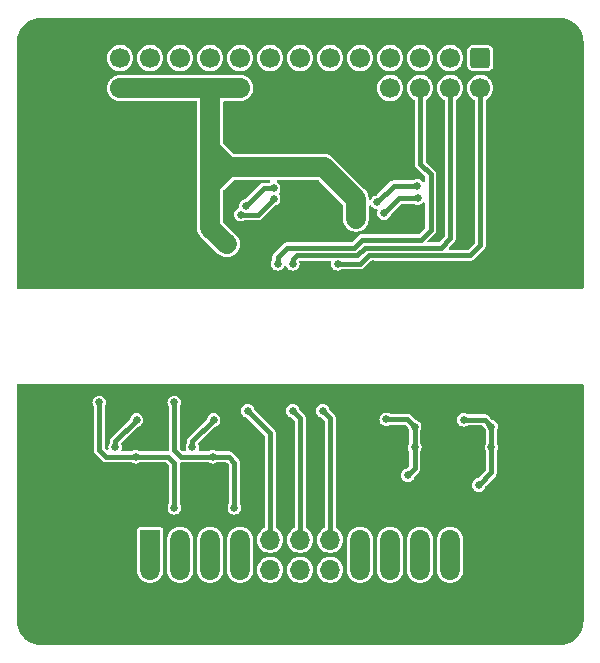
<source format=gbr>
%TF.GenerationSoftware,KiCad,Pcbnew,8.0.1-rc1*%
%TF.CreationDate,2024-04-23T21:38:59-07:00*%
%TF.ProjectId,DSS-SSR4E,4453532d-5353-4523-9445-2e6b69636164,rev?*%
%TF.SameCoordinates,Original*%
%TF.FileFunction,Copper,L2,Bot*%
%TF.FilePolarity,Positive*%
%FSLAX46Y46*%
G04 Gerber Fmt 4.6, Leading zero omitted, Abs format (unit mm)*
G04 Created by KiCad (PCBNEW 8.0.1-rc1) date 2024-04-23 21:38:59*
%MOMM*%
%LPD*%
G01*
G04 APERTURE LIST*
G04 Aperture macros list*
%AMRoundRect*
0 Rectangle with rounded corners*
0 $1 Rounding radius*
0 $2 $3 $4 $5 $6 $7 $8 $9 X,Y pos of 4 corners*
0 Add a 4 corners polygon primitive as box body*
4,1,4,$2,$3,$4,$5,$6,$7,$8,$9,$2,$3,0*
0 Add four circle primitives for the rounded corners*
1,1,$1+$1,$2,$3*
1,1,$1+$1,$4,$5*
1,1,$1+$1,$6,$7*
1,1,$1+$1,$8,$9*
0 Add four rect primitives between the rounded corners*
20,1,$1+$1,$2,$3,$4,$5,0*
20,1,$1+$1,$4,$5,$6,$7,0*
20,1,$1+$1,$6,$7,$8,$9,0*
20,1,$1+$1,$8,$9,$2,$3,0*%
G04 Aperture macros list end*
%TA.AperFunction,ComponentPad*%
%ADD10C,0.800000*%
%TD*%
%TA.AperFunction,ComponentPad*%
%ADD11C,6.400000*%
%TD*%
%TA.AperFunction,ComponentPad*%
%ADD12RoundRect,0.250000X-0.600000X0.600000X-0.600000X-0.600000X0.600000X-0.600000X0.600000X0.600000X0*%
%TD*%
%TA.AperFunction,ComponentPad*%
%ADD13C,1.700000*%
%TD*%
%TA.AperFunction,ComponentPad*%
%ADD14R,1.700000X1.700000*%
%TD*%
%TA.AperFunction,ComponentPad*%
%ADD15O,1.700000X1.700000*%
%TD*%
%TA.AperFunction,ViaPad*%
%ADD16C,0.635000*%
%TD*%
%TA.AperFunction,Conductor*%
%ADD17C,0.406400*%
%TD*%
%TA.AperFunction,Conductor*%
%ADD18C,1.701800*%
%TD*%
%TA.AperFunction,Conductor*%
%ADD19C,0.254000*%
%TD*%
G04 APERTURE END LIST*
D10*
%TO.P,H2,1,1*%
%TO.N,GND*%
X244018200Y-91015000D03*
X245715256Y-91717944D03*
X242321144Y-91717944D03*
X246418200Y-93415000D03*
D11*
X244018200Y-93415000D03*
D10*
X241618200Y-93415000D03*
X245715256Y-95112056D03*
X242321144Y-95112056D03*
X244018200Y-95815000D03*
%TO.P,H2,2,2*%
%TO.N,GND1*%
X244018200Y-116015000D03*
X245715256Y-116717944D03*
X242321144Y-116717944D03*
X246418200Y-118415000D03*
D11*
X244018200Y-118415000D03*
D10*
X241618200Y-118415000D03*
X245715256Y-120112056D03*
X242321144Y-120112056D03*
X244018200Y-120815000D03*
%TD*%
%TO.P,H1,1,1*%
%TO.N,GND*%
X205003800Y-91011800D03*
X206700856Y-91714744D03*
X203306744Y-91714744D03*
X207403800Y-93411800D03*
D11*
X205003800Y-93411800D03*
D10*
X202603800Y-93411800D03*
X206700856Y-95108856D03*
X203306744Y-95108856D03*
X205003800Y-95811800D03*
%TO.P,H1,2,2*%
%TO.N,GND1*%
X205003800Y-116011800D03*
X206700856Y-116714744D03*
X203306744Y-116714744D03*
X207403800Y-118411800D03*
D11*
X205003800Y-118411800D03*
D10*
X202603800Y-118411800D03*
X206700856Y-120108856D03*
X203306744Y-120108856D03*
X205003800Y-120811800D03*
%TD*%
D12*
%TO.P,J1,1,Pin_1*%
%TO.N,unconnected-(J1-Pin_1-Pad1)*%
X239751000Y-78911600D03*
D13*
%TO.P,J1,2,Pin_2*%
%TO.N,/sigZ*%
X239751000Y-81451600D03*
%TO.P,J1,3,Pin_3*%
%TO.N,unconnected-(J1-Pin_3-Pad3)*%
X237211000Y-78911600D03*
%TO.P,J1,4,Pin_4*%
%TO.N,/sigB*%
X237211000Y-81451600D03*
%TO.P,J1,5,Pin_5*%
%TO.N,unconnected-(J1-Pin_5-Pad5)*%
X234671000Y-78911600D03*
%TO.P,J1,6,Pin_6*%
%TO.N,/sigA*%
X234671000Y-81451600D03*
%TO.P,J1,7,Pin_7*%
%TO.N,unconnected-(J1-Pin_7-Pad7)*%
X232131000Y-78911600D03*
%TO.P,J1,8,Pin_8*%
%TO.N,/sigref*%
X232131000Y-81451600D03*
%TO.P,J1,9,Pin_9*%
%TO.N,/sig03*%
X229591000Y-78911600D03*
%TO.P,J1,10,Pin_10*%
%TO.N,GND*%
X229591000Y-81451600D03*
%TO.P,J1,11,Pin_11*%
%TO.N,/sig02*%
X227051000Y-78911600D03*
%TO.P,J1,12,Pin_12*%
%TO.N,GND*%
X227051000Y-81451600D03*
%TO.P,J1,13,Pin_13*%
%TO.N,/sig01*%
X224511000Y-78911600D03*
%TO.P,J1,14,Pin_14*%
%TO.N,GND*%
X224511000Y-81451600D03*
%TO.P,J1,15,Pin_15*%
%TO.N,/sig00*%
X221971000Y-78911600D03*
%TO.P,J1,16,Pin_16*%
%TO.N,GND*%
X221971000Y-81451600D03*
%TO.P,J1,17,Pin_17*%
%TO.N,unconnected-(J1-Pin_17-Pad17)*%
X219431000Y-78911600D03*
%TO.P,J1,18,Pin_18*%
%TO.N,+5V*%
X219431000Y-81451600D03*
%TO.P,J1,19,Pin_19*%
%TO.N,unconnected-(J1-Pin_19-Pad19)*%
X216891000Y-78911600D03*
%TO.P,J1,20,Pin_20*%
%TO.N,+5V*%
X216891000Y-81451600D03*
%TO.P,J1,21,Pin_21*%
%TO.N,unconnected-(J1-Pin_21-Pad21)*%
X214351000Y-78911600D03*
%TO.P,J1,22,Pin_22*%
%TO.N,+5V*%
X214351000Y-81451600D03*
%TO.P,J1,23,Pin_23*%
%TO.N,unconnected-(J1-Pin_23-Pad23)*%
X211811000Y-78911600D03*
%TO.P,J1,24,Pin_24*%
%TO.N,+5V*%
X211811000Y-81451600D03*
%TO.P,J1,25,Pin_25*%
%TO.N,unconnected-(J1-Pin_25-Pad25)*%
X209271000Y-78911600D03*
%TO.P,J1,26,Pin_26*%
%TO.N,+5V*%
X209271000Y-81451600D03*
%TD*%
D14*
%TO.P,J2,1,Pin_1*%
%TO.N,/drain00*%
X211811000Y-119704000D03*
D15*
%TO.P,J2,2,Pin_2*%
X211811000Y-122244000D03*
%TO.P,J2,3,Pin_3*%
%TO.N,/source00*%
X214351000Y-119704000D03*
%TO.P,J2,4,Pin_4*%
X214351000Y-122244000D03*
%TO.P,J2,5,Pin_5*%
%TO.N,/drain01*%
X216891000Y-119704000D03*
%TO.P,J2,6,Pin_6*%
X216891000Y-122244000D03*
%TO.P,J2,7,Pin_7*%
%TO.N,/source01*%
X219431000Y-119704000D03*
%TO.P,J2,8,Pin_8*%
X219431000Y-122244000D03*
%TO.P,J2,9,Pin_9*%
%TO.N,/ENC-00_A+*%
X221971000Y-119704000D03*
%TO.P,J2,10,Pin_10*%
%TO.N,/ENC-00_A-*%
X221971000Y-122244000D03*
%TO.P,J2,11,Pin_11*%
%TO.N,/ENC-00_B+*%
X224511000Y-119704000D03*
%TO.P,J2,12,Pin_12*%
%TO.N,/ENC-00_B-*%
X224511000Y-122244000D03*
%TO.P,J2,13,Pin_13*%
%TO.N,/ENC-00_Z+*%
X227051000Y-119704000D03*
%TO.P,J2,14,Pin_14*%
%TO.N,/ENC-00_Z-*%
X227051000Y-122244000D03*
%TO.P,J2,15,Pin_15*%
%TO.N,/source02*%
X229591000Y-119704000D03*
%TO.P,J2,16,Pin_16*%
X229591000Y-122244000D03*
%TO.P,J2,17,Pin_17*%
%TO.N,/drain02*%
X232131000Y-119704000D03*
%TO.P,J2,18,Pin_18*%
X232131000Y-122244000D03*
%TO.P,J2,19,Pin_19*%
%TO.N,/source03*%
X234671000Y-119704000D03*
%TO.P,J2,20,Pin_20*%
X234671000Y-122244000D03*
%TO.P,J2,21,Pin_21*%
%TO.N,/drain03*%
X237211000Y-119704000D03*
%TO.P,J2,22,Pin_22*%
X237211000Y-122244000D03*
%TD*%
D16*
%TO.N,GND*%
X218516600Y-97402800D03*
X212712700Y-94900900D03*
X221336000Y-94608800D03*
X214884400Y-94900900D03*
X226786125Y-94164300D03*
X221336000Y-96336000D03*
X236385500Y-93122900D03*
X234759900Y-93122900D03*
X230657800Y-96336000D03*
%TO.N,/out01*%
X219917164Y-91442936D03*
X222263100Y-89937470D03*
%TO.N,/out03*%
X231610300Y-92030700D03*
X234455100Y-90786100D03*
%TO.N,+5V*%
X218300700Y-94685000D03*
X229210000Y-92513300D03*
%TO.N,/gate00*%
X210655300Y-109556200D03*
X208851900Y-111854900D03*
%TO.N,/source00*%
X213855700Y-116998900D03*
X207493000Y-108070800D03*
X210579100Y-112668700D03*
%TO.N,/gate01*%
X217183100Y-109556700D03*
X215379700Y-111855400D03*
%TO.N,/source01*%
X213843000Y-108070800D03*
X218935700Y-116998900D03*
X217106900Y-112668700D03*
%TO.N,/gate02*%
X234201100Y-110128200D03*
X231800800Y-109505900D03*
X234204457Y-111856750D03*
X233616900Y-114230300D03*
%TO.N,/gate03*%
X238366700Y-109544000D03*
X239636700Y-115068500D03*
X240703500Y-110128200D03*
X240706017Y-111858250D03*
%TO.N,/ENC-00_A+*%
X220066000Y-108782000D03*
%TO.N,/ENC-00_B+*%
X223876000Y-108782000D03*
%TO.N,/ENC-00_Z+*%
X226416000Y-108782000D03*
%TO.N,/sigZ*%
X227686000Y-96336000D03*
%TO.N,/sigA*%
X222606000Y-96336000D03*
%TO.N,/sigB*%
X223876000Y-96336000D03*
%TO.N,/ref01*%
X219461774Y-92176713D03*
X222263100Y-90836900D03*
%TO.N,/ref03*%
X231026100Y-91129000D03*
X234417000Y-89719300D03*
%TO.N,GND1*%
X225400000Y-115640000D03*
X222860000Y-109925000D03*
X219862800Y-115640000D03*
X225844500Y-109925000D03*
X222860000Y-115640000D03*
%TD*%
D17*
%TO.N,/out01*%
X221422630Y-89937470D02*
X222263100Y-89937470D01*
X219917164Y-91442936D02*
X221422630Y-89937470D01*
%TO.N,/out03*%
X232854900Y-90786100D02*
X234455100Y-90786100D01*
X231610300Y-92030700D02*
X232854900Y-90786100D01*
D18*
%TO.N,+5V*%
X216891000Y-86569700D02*
X216891000Y-88728700D01*
X229210000Y-92513300D02*
X229210000Y-90849600D01*
X216891000Y-81451600D02*
X216891000Y-86569700D01*
X216891000Y-88728700D02*
X216891000Y-90252700D01*
X216891000Y-93275300D02*
X218300700Y-94685000D01*
X216891000Y-86633200D02*
X216891000Y-86569700D01*
X216891000Y-90252700D02*
X216891000Y-93275300D01*
X216903700Y-89643100D02*
X218402300Y-88144500D01*
X229210000Y-90849600D02*
X226504900Y-88144500D01*
X209271000Y-81451600D02*
X219431000Y-81451600D01*
X218402300Y-88144500D02*
X216891000Y-86633200D01*
X218402300Y-88144500D02*
X226504900Y-88144500D01*
D17*
%TO.N,/gate00*%
X208851900Y-111854900D02*
X208851900Y-111359600D01*
X208851900Y-111359600D02*
X210655300Y-109556200D01*
%TO.N,/source00*%
X213855700Y-116998900D02*
X213855700Y-113176200D01*
X207493000Y-108070800D02*
X207493000Y-112097200D01*
X210579100Y-112668700D02*
X208064500Y-112668700D01*
X213855700Y-113176200D02*
X213348200Y-112668700D01*
X210579100Y-112668700D02*
X213348200Y-112668700D01*
D18*
X214351000Y-119704000D02*
X214351000Y-122244000D01*
D17*
X207493000Y-112097200D02*
X208064500Y-112668700D01*
%TO.N,/gate01*%
X215379700Y-111855400D02*
X215379700Y-111360100D01*
X215379700Y-111360100D02*
X217183100Y-109556700D01*
%TO.N,/source01*%
X217106900Y-112668700D02*
X218440900Y-112668700D01*
X213843000Y-112134800D02*
X214376900Y-112668700D01*
X214376900Y-112668700D02*
X217106900Y-112668700D01*
X218935700Y-113163500D02*
X218440900Y-112668700D01*
X213843000Y-108070800D02*
X213843000Y-112134800D01*
D18*
X219431000Y-119704000D02*
X219431000Y-122244000D01*
D17*
X218935700Y-116998900D02*
X218935700Y-113163500D01*
D18*
%TO.N,/source02*%
X229591000Y-119704000D02*
X229591000Y-122244000D01*
D17*
%TO.N,/gate02*%
X233616900Y-114230300D02*
X234204457Y-113642743D01*
X234204457Y-113642743D02*
X234204457Y-111856750D01*
D19*
X234201100Y-111853393D02*
X234204457Y-111856750D01*
D17*
X231800800Y-109505900D02*
X233578800Y-109505900D01*
X233578800Y-109505900D02*
X234201100Y-110128200D01*
X234201100Y-110128200D02*
X234201100Y-111853393D01*
%TO.N,/gate03*%
X240703500Y-111855733D02*
X240706017Y-111858250D01*
X240119300Y-109544000D02*
X240703500Y-110128200D01*
X238366700Y-109544000D02*
X240119300Y-109544000D01*
X240703500Y-110128200D02*
X240703500Y-111855733D01*
X239636700Y-115068500D02*
X240703500Y-114001700D01*
X240703500Y-111893500D02*
X240703500Y-114001700D01*
D18*
%TO.N,/source03*%
X234671000Y-119704000D02*
X234671000Y-122244000D01*
D17*
%TO.N,/ENC-00_A+*%
X221971000Y-119704000D02*
X221971000Y-110687000D01*
X221971000Y-110687000D02*
X220066000Y-108782000D01*
%TO.N,/ENC-00_B+*%
X224511000Y-119704000D02*
X224511000Y-109417000D01*
X224511000Y-109417000D02*
X223876000Y-108782000D01*
%TO.N,/ENC-00_Z+*%
X227051000Y-109417000D02*
X226416000Y-108782000D01*
X227051000Y-119704000D02*
X227051000Y-109417000D01*
%TO.N,/sigZ*%
X227686000Y-96336000D02*
X229565600Y-96336000D01*
X239751000Y-94773900D02*
X238925500Y-95599400D01*
X238925500Y-95599400D02*
X230302200Y-95599400D01*
X229565600Y-96336000D02*
X230302200Y-95599400D01*
X239751000Y-81451600D02*
X239751000Y-94773900D01*
%TO.N,/sigA*%
X234709100Y-94278600D02*
X229781500Y-94278600D01*
X235547300Y-93440400D02*
X234709100Y-94278600D01*
X229070300Y-94989800D02*
X229730700Y-94329400D01*
X222606000Y-95751800D02*
X223368000Y-94989800D01*
X222606000Y-96336000D02*
X222606000Y-95751800D01*
X234671000Y-87877800D02*
X235547300Y-88754100D01*
X223368000Y-94989800D02*
X229070300Y-94989800D01*
X234671000Y-81451600D02*
X234671000Y-87877800D01*
X235547300Y-88754100D02*
X235547300Y-93440400D01*
%TO.N,/sigB*%
X237211000Y-94189700D02*
X236410900Y-94989800D01*
X229349700Y-95599400D02*
X224206200Y-95599400D01*
X237211000Y-81451600D02*
X237211000Y-94189700D01*
X224206200Y-95599400D02*
X223876000Y-95929600D01*
X223876000Y-95929600D02*
X223876000Y-96336000D01*
X236410900Y-94989800D02*
X229959300Y-94989800D01*
X229959300Y-94989800D02*
X229349700Y-95599400D01*
D18*
%TO.N,/drain00*%
X211811000Y-119704000D02*
X211811000Y-122244000D01*
%TO.N,/drain03*%
X237211000Y-119704000D02*
X237211000Y-122244000D01*
%TO.N,/drain02*%
X232131000Y-119704000D02*
X232131000Y-122244000D01*
%TO.N,/drain01*%
X216891000Y-119704000D02*
X216891000Y-122244000D01*
D17*
%TO.N,/ref01*%
X220923287Y-92176713D02*
X219461774Y-92176713D01*
X222263100Y-90836900D02*
X220923287Y-92176713D01*
%TO.N,/ref03*%
X231026100Y-91129000D02*
X232435800Y-89719300D01*
X232435800Y-89719300D02*
X234417000Y-89719300D01*
%TD*%
%TA.AperFunction,Conductor*%
%TO.N,GND1*%
G36*
X248461455Y-106513986D02*
G01*
X248503261Y-106562233D01*
X248513500Y-106609300D01*
X248513500Y-126558297D01*
X248513257Y-126565708D01*
X248496605Y-126819750D01*
X248494671Y-126834442D01*
X248445726Y-127080508D01*
X248441890Y-127094824D01*
X248361248Y-127332386D01*
X248355577Y-127346078D01*
X248244613Y-127571093D01*
X248237202Y-127583928D01*
X248097823Y-127792523D01*
X248088801Y-127804281D01*
X247923383Y-127992904D01*
X247912904Y-128003383D01*
X247724281Y-128168801D01*
X247712523Y-128177823D01*
X247503928Y-128317202D01*
X247491093Y-128324613D01*
X247266078Y-128435577D01*
X247252386Y-128441248D01*
X247014824Y-128521890D01*
X247000508Y-128525726D01*
X246754442Y-128574671D01*
X246739750Y-128576605D01*
X246495625Y-128592606D01*
X246485706Y-128593257D01*
X246478297Y-128593500D01*
X202543703Y-128593500D01*
X202536293Y-128593257D01*
X202525666Y-128592560D01*
X202282249Y-128576605D01*
X202267557Y-128574671D01*
X202021491Y-128525726D01*
X202007175Y-128521890D01*
X201769613Y-128441248D01*
X201755921Y-128435577D01*
X201530906Y-128324613D01*
X201518071Y-128317202D01*
X201309476Y-128177823D01*
X201297718Y-128168801D01*
X201109089Y-128003377D01*
X201098622Y-127992910D01*
X200933195Y-127804278D01*
X200924176Y-127792523D01*
X200784797Y-127583928D01*
X200777386Y-127571093D01*
X200666422Y-127346078D01*
X200660751Y-127332386D01*
X200580109Y-127094824D01*
X200576273Y-127080508D01*
X200527328Y-126834442D01*
X200525394Y-126819749D01*
X200508743Y-126565707D01*
X200508500Y-126558297D01*
X200508500Y-122243999D01*
X210701768Y-122243999D01*
X210705117Y-122280141D01*
X210705600Y-122290594D01*
X210705600Y-122331000D01*
X210715219Y-122391736D01*
X210716130Y-122399003D01*
X210720654Y-122447816D01*
X210720654Y-122447817D01*
X210726569Y-122468608D01*
X210729497Y-122481880D01*
X210732818Y-122502843D01*
X210732820Y-122502854D01*
X210760262Y-122587312D01*
X210761481Y-122591314D01*
X210776671Y-122644699D01*
X210779372Y-122650123D01*
X210785705Y-122665615D01*
X210786585Y-122668323D01*
X210786585Y-122668324D01*
X210867585Y-122827297D01*
X210867552Y-122827313D01*
X210867752Y-122827677D01*
X210867909Y-122827931D01*
X210893442Y-122861742D01*
X210894687Y-122863423D01*
X210932050Y-122914848D01*
X210967848Y-122964120D01*
X210967854Y-122964126D01*
X210974155Y-122970427D01*
X210984451Y-122982258D01*
X210991266Y-122991283D01*
X210991268Y-122991285D01*
X211031718Y-123028160D01*
X211035503Y-123031775D01*
X211090880Y-123087152D01*
X211090887Y-123087157D01*
X211113124Y-123103314D01*
X211122853Y-123111242D01*
X211140107Y-123126970D01*
X211142538Y-123129186D01*
X211180925Y-123152953D01*
X211187848Y-123157603D01*
X211231644Y-123189423D01*
X211273647Y-123210824D01*
X211281821Y-123215426D01*
X211316573Y-123236944D01*
X211316577Y-123236945D01*
X211316578Y-123236946D01*
X211345987Y-123248339D01*
X211356501Y-123253040D01*
X211386664Y-123268410D01*
X211386668Y-123268412D01*
X211386673Y-123268413D01*
X211386674Y-123268414D01*
X211452726Y-123289875D01*
X211458616Y-123291972D01*
X211507444Y-123310888D01*
X211523665Y-123313920D01*
X211537849Y-123317533D01*
X211552152Y-123322181D01*
X211552160Y-123322182D01*
X211552163Y-123322183D01*
X211586633Y-123327642D01*
X211653471Y-123338228D01*
X211656476Y-123338746D01*
X211708653Y-123348500D01*
X211709406Y-123348500D01*
X211719550Y-123349298D01*
X211719570Y-123349051D01*
X211724002Y-123349400D01*
X211724003Y-123349400D01*
X211897998Y-123349400D01*
X211902430Y-123349051D01*
X211902449Y-123349298D01*
X211912594Y-123348500D01*
X211913348Y-123348500D01*
X211937787Y-123343931D01*
X211965477Y-123338754D01*
X211968515Y-123338229D01*
X212069848Y-123322181D01*
X212084154Y-123317532D01*
X212098336Y-123313919D01*
X212114556Y-123310888D01*
X212163412Y-123291960D01*
X212169276Y-123289874D01*
X212235326Y-123268414D01*
X212265515Y-123253030D01*
X212276001Y-123248342D01*
X212305427Y-123236944D01*
X212340158Y-123215439D01*
X212348361Y-123210819D01*
X212390356Y-123189423D01*
X212434163Y-123157593D01*
X212441072Y-123152954D01*
X212479462Y-123129186D01*
X212499151Y-123111236D01*
X212508856Y-123103326D01*
X212531120Y-123087152D01*
X212586514Y-123031756D01*
X212590281Y-123028160D01*
X212630731Y-122991286D01*
X212630732Y-122991285D01*
X212637539Y-122982269D01*
X212647844Y-122970427D01*
X212654152Y-122964120D01*
X212727339Y-122863384D01*
X212728491Y-122861829D01*
X212754088Y-122827935D01*
X212754091Y-122827929D01*
X212754426Y-122827389D01*
X212754380Y-122827366D01*
X212766633Y-122803316D01*
X212835414Y-122668326D01*
X212836295Y-122665615D01*
X212842629Y-122650119D01*
X212845328Y-122644701D01*
X212860540Y-122591231D01*
X212861711Y-122587387D01*
X212889181Y-122502848D01*
X212892502Y-122481880D01*
X212895425Y-122468624D01*
X212901345Y-122447821D01*
X212905869Y-122398988D01*
X212906781Y-122391727D01*
X212916400Y-122330997D01*
X212916400Y-122290594D01*
X212916883Y-122280141D01*
X212916963Y-122279270D01*
X212920232Y-122244000D01*
X212920232Y-122243999D01*
X213241768Y-122243999D01*
X213245117Y-122280141D01*
X213245600Y-122290594D01*
X213245600Y-122331000D01*
X213255219Y-122391736D01*
X213256130Y-122399003D01*
X213260654Y-122447816D01*
X213260654Y-122447817D01*
X213266569Y-122468608D01*
X213269497Y-122481880D01*
X213272818Y-122502843D01*
X213272820Y-122502854D01*
X213300262Y-122587312D01*
X213301481Y-122591314D01*
X213316671Y-122644699D01*
X213319372Y-122650123D01*
X213325705Y-122665615D01*
X213326585Y-122668323D01*
X213326585Y-122668324D01*
X213407585Y-122827297D01*
X213407552Y-122827313D01*
X213407752Y-122827677D01*
X213407909Y-122827931D01*
X213433442Y-122861742D01*
X213434687Y-122863423D01*
X213472050Y-122914848D01*
X213507848Y-122964120D01*
X213507854Y-122964126D01*
X213514155Y-122970427D01*
X213524451Y-122982258D01*
X213531266Y-122991283D01*
X213531268Y-122991285D01*
X213571718Y-123028160D01*
X213575503Y-123031775D01*
X213630880Y-123087152D01*
X213630887Y-123087157D01*
X213653124Y-123103314D01*
X213662853Y-123111242D01*
X213680107Y-123126970D01*
X213682538Y-123129186D01*
X213720925Y-123152953D01*
X213727848Y-123157603D01*
X213771644Y-123189423D01*
X213813647Y-123210824D01*
X213821821Y-123215426D01*
X213856573Y-123236944D01*
X213856577Y-123236945D01*
X213856578Y-123236946D01*
X213885987Y-123248339D01*
X213896501Y-123253040D01*
X213926664Y-123268410D01*
X213926668Y-123268412D01*
X213926673Y-123268413D01*
X213926674Y-123268414D01*
X213992726Y-123289875D01*
X213998616Y-123291972D01*
X214047444Y-123310888D01*
X214063665Y-123313920D01*
X214077849Y-123317533D01*
X214092152Y-123322181D01*
X214092160Y-123322182D01*
X214092163Y-123322183D01*
X214126633Y-123327642D01*
X214193471Y-123338228D01*
X214196476Y-123338746D01*
X214248653Y-123348500D01*
X214249406Y-123348500D01*
X214259550Y-123349298D01*
X214259570Y-123349051D01*
X214264002Y-123349400D01*
X214264003Y-123349400D01*
X214437998Y-123349400D01*
X214442430Y-123349051D01*
X214442449Y-123349298D01*
X214452594Y-123348500D01*
X214453348Y-123348500D01*
X214477787Y-123343931D01*
X214505477Y-123338754D01*
X214508515Y-123338229D01*
X214609848Y-123322181D01*
X214624154Y-123317532D01*
X214638336Y-123313919D01*
X214654556Y-123310888D01*
X214703412Y-123291960D01*
X214709276Y-123289874D01*
X214775326Y-123268414D01*
X214805515Y-123253030D01*
X214816001Y-123248342D01*
X214845427Y-123236944D01*
X214880158Y-123215439D01*
X214888361Y-123210819D01*
X214930356Y-123189423D01*
X214974163Y-123157593D01*
X214981072Y-123152954D01*
X215019462Y-123129186D01*
X215039151Y-123111236D01*
X215048856Y-123103326D01*
X215071120Y-123087152D01*
X215126514Y-123031756D01*
X215130281Y-123028160D01*
X215170731Y-122991286D01*
X215170732Y-122991285D01*
X215177539Y-122982269D01*
X215187844Y-122970427D01*
X215194152Y-122964120D01*
X215267339Y-122863384D01*
X215268491Y-122861829D01*
X215294088Y-122827935D01*
X215294091Y-122827929D01*
X215294426Y-122827389D01*
X215294380Y-122827366D01*
X215306633Y-122803316D01*
X215375414Y-122668326D01*
X215376295Y-122665615D01*
X215382629Y-122650119D01*
X215385328Y-122644701D01*
X215400540Y-122591231D01*
X215401711Y-122587387D01*
X215429181Y-122502848D01*
X215432502Y-122481880D01*
X215435425Y-122468624D01*
X215441345Y-122447821D01*
X215445869Y-122398988D01*
X215446781Y-122391727D01*
X215456400Y-122330997D01*
X215456400Y-122290594D01*
X215456883Y-122280141D01*
X215456963Y-122279270D01*
X215460232Y-122244000D01*
X215460232Y-122243999D01*
X215781768Y-122243999D01*
X215785117Y-122280141D01*
X215785600Y-122290594D01*
X215785600Y-122331000D01*
X215795219Y-122391736D01*
X215796130Y-122399003D01*
X215800654Y-122447816D01*
X215800654Y-122447817D01*
X215806569Y-122468608D01*
X215809497Y-122481880D01*
X215812818Y-122502843D01*
X215812820Y-122502854D01*
X215840262Y-122587312D01*
X215841481Y-122591314D01*
X215856671Y-122644699D01*
X215859372Y-122650123D01*
X215865705Y-122665615D01*
X215866585Y-122668323D01*
X215866585Y-122668324D01*
X215947585Y-122827297D01*
X215947552Y-122827313D01*
X215947752Y-122827677D01*
X215947909Y-122827931D01*
X215973442Y-122861742D01*
X215974687Y-122863423D01*
X216012050Y-122914848D01*
X216047848Y-122964120D01*
X216047854Y-122964126D01*
X216054155Y-122970427D01*
X216064451Y-122982258D01*
X216071266Y-122991283D01*
X216071268Y-122991285D01*
X216111718Y-123028160D01*
X216115503Y-123031775D01*
X216170880Y-123087152D01*
X216170887Y-123087157D01*
X216193124Y-123103314D01*
X216202853Y-123111242D01*
X216220107Y-123126970D01*
X216222538Y-123129186D01*
X216260925Y-123152953D01*
X216267848Y-123157603D01*
X216311644Y-123189423D01*
X216353647Y-123210824D01*
X216361821Y-123215426D01*
X216396573Y-123236944D01*
X216396577Y-123236945D01*
X216396578Y-123236946D01*
X216425987Y-123248339D01*
X216436501Y-123253040D01*
X216466664Y-123268410D01*
X216466668Y-123268412D01*
X216466673Y-123268413D01*
X216466674Y-123268414D01*
X216532726Y-123289875D01*
X216538616Y-123291972D01*
X216587444Y-123310888D01*
X216603665Y-123313920D01*
X216617849Y-123317533D01*
X216632152Y-123322181D01*
X216632160Y-123322182D01*
X216632163Y-123322183D01*
X216666633Y-123327642D01*
X216733471Y-123338228D01*
X216736476Y-123338746D01*
X216788653Y-123348500D01*
X216789406Y-123348500D01*
X216799550Y-123349298D01*
X216799570Y-123349051D01*
X216804002Y-123349400D01*
X216804003Y-123349400D01*
X216977998Y-123349400D01*
X216982430Y-123349051D01*
X216982449Y-123349298D01*
X216992594Y-123348500D01*
X216993348Y-123348500D01*
X217017787Y-123343931D01*
X217045477Y-123338754D01*
X217048515Y-123338229D01*
X217149848Y-123322181D01*
X217164154Y-123317532D01*
X217178336Y-123313919D01*
X217194556Y-123310888D01*
X217243412Y-123291960D01*
X217249276Y-123289874D01*
X217315326Y-123268414D01*
X217345515Y-123253030D01*
X217356001Y-123248342D01*
X217385427Y-123236944D01*
X217420158Y-123215439D01*
X217428361Y-123210819D01*
X217470356Y-123189423D01*
X217514163Y-123157593D01*
X217521072Y-123152954D01*
X217559462Y-123129186D01*
X217579151Y-123111236D01*
X217588856Y-123103326D01*
X217611120Y-123087152D01*
X217666514Y-123031756D01*
X217670281Y-123028160D01*
X217710731Y-122991286D01*
X217710732Y-122991285D01*
X217717539Y-122982269D01*
X217727844Y-122970427D01*
X217734152Y-122964120D01*
X217807339Y-122863384D01*
X217808491Y-122861829D01*
X217834088Y-122827935D01*
X217834091Y-122827929D01*
X217834426Y-122827389D01*
X217834380Y-122827366D01*
X217846633Y-122803316D01*
X217915414Y-122668326D01*
X217916295Y-122665615D01*
X217922629Y-122650119D01*
X217925328Y-122644701D01*
X217940540Y-122591231D01*
X217941711Y-122587387D01*
X217969181Y-122502848D01*
X217972502Y-122481880D01*
X217975425Y-122468624D01*
X217981345Y-122447821D01*
X217985869Y-122398988D01*
X217986781Y-122391727D01*
X217996400Y-122330997D01*
X217996400Y-122290594D01*
X217996883Y-122280141D01*
X217996963Y-122279270D01*
X218000232Y-122244000D01*
X218000232Y-122243999D01*
X218321768Y-122243999D01*
X218325117Y-122280141D01*
X218325600Y-122290594D01*
X218325600Y-122331000D01*
X218335219Y-122391736D01*
X218336130Y-122399003D01*
X218340654Y-122447816D01*
X218340654Y-122447817D01*
X218346569Y-122468608D01*
X218349497Y-122481880D01*
X218352818Y-122502843D01*
X218352820Y-122502854D01*
X218380262Y-122587312D01*
X218381481Y-122591314D01*
X218396671Y-122644699D01*
X218399372Y-122650123D01*
X218405705Y-122665615D01*
X218406585Y-122668323D01*
X218406585Y-122668324D01*
X218487585Y-122827297D01*
X218487552Y-122827313D01*
X218487752Y-122827677D01*
X218487909Y-122827931D01*
X218513442Y-122861742D01*
X218514687Y-122863423D01*
X218552050Y-122914848D01*
X218587848Y-122964120D01*
X218587854Y-122964126D01*
X218594155Y-122970427D01*
X218604451Y-122982258D01*
X218611266Y-122991283D01*
X218611268Y-122991285D01*
X218651718Y-123028160D01*
X218655503Y-123031775D01*
X218710880Y-123087152D01*
X218710887Y-123087157D01*
X218733124Y-123103314D01*
X218742853Y-123111242D01*
X218760107Y-123126970D01*
X218762538Y-123129186D01*
X218800925Y-123152953D01*
X218807848Y-123157603D01*
X218851644Y-123189423D01*
X218893647Y-123210824D01*
X218901821Y-123215426D01*
X218936573Y-123236944D01*
X218936577Y-123236945D01*
X218936578Y-123236946D01*
X218965987Y-123248339D01*
X218976501Y-123253040D01*
X219006664Y-123268410D01*
X219006668Y-123268412D01*
X219006673Y-123268413D01*
X219006674Y-123268414D01*
X219072726Y-123289875D01*
X219078616Y-123291972D01*
X219127444Y-123310888D01*
X219143665Y-123313920D01*
X219157849Y-123317533D01*
X219172152Y-123322181D01*
X219172160Y-123322182D01*
X219172163Y-123322183D01*
X219206633Y-123327642D01*
X219273471Y-123338228D01*
X219276476Y-123338746D01*
X219328653Y-123348500D01*
X219329406Y-123348500D01*
X219339550Y-123349298D01*
X219339570Y-123349051D01*
X219344002Y-123349400D01*
X219344003Y-123349400D01*
X219517998Y-123349400D01*
X219522430Y-123349051D01*
X219522449Y-123349298D01*
X219532594Y-123348500D01*
X219533348Y-123348500D01*
X219557787Y-123343931D01*
X219585477Y-123338754D01*
X219588515Y-123338229D01*
X219689848Y-123322181D01*
X219704154Y-123317532D01*
X219718336Y-123313919D01*
X219734556Y-123310888D01*
X219783412Y-123291960D01*
X219789276Y-123289874D01*
X219855326Y-123268414D01*
X219885515Y-123253030D01*
X219896001Y-123248342D01*
X219925427Y-123236944D01*
X219960158Y-123215439D01*
X219968361Y-123210819D01*
X220010356Y-123189423D01*
X220054163Y-123157593D01*
X220061072Y-123152954D01*
X220099462Y-123129186D01*
X220119151Y-123111236D01*
X220128856Y-123103326D01*
X220151120Y-123087152D01*
X220206514Y-123031756D01*
X220210281Y-123028160D01*
X220250731Y-122991286D01*
X220250732Y-122991285D01*
X220257539Y-122982269D01*
X220267844Y-122970427D01*
X220274152Y-122964120D01*
X220347339Y-122863384D01*
X220348491Y-122861829D01*
X220374088Y-122827935D01*
X220374091Y-122827929D01*
X220374426Y-122827389D01*
X220374380Y-122827366D01*
X220386633Y-122803316D01*
X220455414Y-122668326D01*
X220456295Y-122665615D01*
X220462629Y-122650119D01*
X220465328Y-122644701D01*
X220480540Y-122591231D01*
X220481711Y-122587387D01*
X220509181Y-122502848D01*
X220512502Y-122481880D01*
X220515425Y-122468624D01*
X220521345Y-122447821D01*
X220525869Y-122398988D01*
X220526781Y-122391727D01*
X220536400Y-122330997D01*
X220536400Y-122290594D01*
X220536883Y-122280141D01*
X220536963Y-122279270D01*
X220540232Y-122244000D01*
X220861768Y-122244000D01*
X220880655Y-122447822D01*
X220890350Y-122481897D01*
X220936671Y-122644699D01*
X220936673Y-122644704D01*
X221027909Y-122827929D01*
X221027913Y-122827936D01*
X221151266Y-122991283D01*
X221302534Y-123129183D01*
X221302536Y-123129184D01*
X221302538Y-123129186D01*
X221476573Y-123236944D01*
X221667444Y-123310888D01*
X221868653Y-123348500D01*
X221868656Y-123348500D01*
X222073344Y-123348500D01*
X222073347Y-123348500D01*
X222274556Y-123310888D01*
X222465427Y-123236944D01*
X222639462Y-123129186D01*
X222790732Y-122991285D01*
X222914088Y-122827935D01*
X223005328Y-122644701D01*
X223061345Y-122447821D01*
X223080232Y-122244000D01*
X223401768Y-122244000D01*
X223420655Y-122447822D01*
X223430350Y-122481897D01*
X223476671Y-122644699D01*
X223476673Y-122644704D01*
X223567909Y-122827929D01*
X223567913Y-122827936D01*
X223691266Y-122991283D01*
X223842534Y-123129183D01*
X223842536Y-123129184D01*
X223842538Y-123129186D01*
X224016573Y-123236944D01*
X224207444Y-123310888D01*
X224408653Y-123348500D01*
X224408656Y-123348500D01*
X224613344Y-123348500D01*
X224613347Y-123348500D01*
X224814556Y-123310888D01*
X225005427Y-123236944D01*
X225179462Y-123129186D01*
X225330732Y-122991285D01*
X225454088Y-122827935D01*
X225545328Y-122644701D01*
X225601345Y-122447821D01*
X225620232Y-122244000D01*
X225941768Y-122244000D01*
X225960655Y-122447822D01*
X225970350Y-122481897D01*
X226016671Y-122644699D01*
X226016673Y-122644704D01*
X226107909Y-122827929D01*
X226107913Y-122827936D01*
X226231266Y-122991283D01*
X226382534Y-123129183D01*
X226382536Y-123129184D01*
X226382538Y-123129186D01*
X226556573Y-123236944D01*
X226747444Y-123310888D01*
X226948653Y-123348500D01*
X226948656Y-123348500D01*
X227153344Y-123348500D01*
X227153347Y-123348500D01*
X227354556Y-123310888D01*
X227545427Y-123236944D01*
X227719462Y-123129186D01*
X227870732Y-122991285D01*
X227994088Y-122827935D01*
X228085328Y-122644701D01*
X228141345Y-122447821D01*
X228160232Y-122244000D01*
X228160232Y-122243999D01*
X228481768Y-122243999D01*
X228485117Y-122280141D01*
X228485600Y-122290594D01*
X228485600Y-122331000D01*
X228495219Y-122391736D01*
X228496130Y-122399003D01*
X228500654Y-122447816D01*
X228500654Y-122447817D01*
X228506569Y-122468608D01*
X228509497Y-122481880D01*
X228512818Y-122502843D01*
X228512820Y-122502854D01*
X228540262Y-122587312D01*
X228541481Y-122591314D01*
X228556671Y-122644699D01*
X228559372Y-122650123D01*
X228565705Y-122665615D01*
X228566585Y-122668323D01*
X228566585Y-122668324D01*
X228647585Y-122827297D01*
X228647552Y-122827313D01*
X228647752Y-122827677D01*
X228647909Y-122827931D01*
X228673442Y-122861742D01*
X228674687Y-122863423D01*
X228712050Y-122914848D01*
X228747848Y-122964120D01*
X228747854Y-122964126D01*
X228754155Y-122970427D01*
X228764451Y-122982258D01*
X228771266Y-122991283D01*
X228771268Y-122991285D01*
X228811718Y-123028160D01*
X228815503Y-123031775D01*
X228870880Y-123087152D01*
X228870887Y-123087157D01*
X228893124Y-123103314D01*
X228902853Y-123111242D01*
X228920107Y-123126970D01*
X228922538Y-123129186D01*
X228960925Y-123152953D01*
X228967848Y-123157603D01*
X229011644Y-123189423D01*
X229053647Y-123210824D01*
X229061821Y-123215426D01*
X229096573Y-123236944D01*
X229096577Y-123236945D01*
X229096578Y-123236946D01*
X229125987Y-123248339D01*
X229136501Y-123253040D01*
X229166664Y-123268410D01*
X229166668Y-123268412D01*
X229166673Y-123268413D01*
X229166674Y-123268414D01*
X229232726Y-123289875D01*
X229238616Y-123291972D01*
X229287444Y-123310888D01*
X229303665Y-123313920D01*
X229317849Y-123317533D01*
X229332152Y-123322181D01*
X229332160Y-123322182D01*
X229332163Y-123322183D01*
X229366633Y-123327642D01*
X229433471Y-123338228D01*
X229436476Y-123338746D01*
X229488653Y-123348500D01*
X229489406Y-123348500D01*
X229499550Y-123349298D01*
X229499570Y-123349051D01*
X229504002Y-123349400D01*
X229504003Y-123349400D01*
X229677998Y-123349400D01*
X229682430Y-123349051D01*
X229682449Y-123349298D01*
X229692594Y-123348500D01*
X229693348Y-123348500D01*
X229717787Y-123343931D01*
X229745477Y-123338754D01*
X229748515Y-123338229D01*
X229849848Y-123322181D01*
X229864154Y-123317532D01*
X229878336Y-123313919D01*
X229894556Y-123310888D01*
X229943412Y-123291960D01*
X229949276Y-123289874D01*
X230015326Y-123268414D01*
X230045515Y-123253030D01*
X230056001Y-123248342D01*
X230085427Y-123236944D01*
X230120158Y-123215439D01*
X230128361Y-123210819D01*
X230170356Y-123189423D01*
X230214163Y-123157593D01*
X230221072Y-123152954D01*
X230259462Y-123129186D01*
X230279151Y-123111236D01*
X230288856Y-123103326D01*
X230311120Y-123087152D01*
X230366514Y-123031756D01*
X230370281Y-123028160D01*
X230410731Y-122991286D01*
X230410732Y-122991285D01*
X230417539Y-122982269D01*
X230427844Y-122970427D01*
X230434152Y-122964120D01*
X230507339Y-122863384D01*
X230508491Y-122861829D01*
X230534088Y-122827935D01*
X230534091Y-122827929D01*
X230534426Y-122827389D01*
X230534380Y-122827366D01*
X230546633Y-122803316D01*
X230615414Y-122668326D01*
X230616295Y-122665615D01*
X230622629Y-122650119D01*
X230625328Y-122644701D01*
X230640540Y-122591231D01*
X230641711Y-122587387D01*
X230669181Y-122502848D01*
X230672502Y-122481880D01*
X230675425Y-122468624D01*
X230681345Y-122447821D01*
X230685869Y-122398988D01*
X230686781Y-122391727D01*
X230696400Y-122330997D01*
X230696400Y-122290594D01*
X230696883Y-122280141D01*
X230696963Y-122279270D01*
X230700232Y-122244000D01*
X230700232Y-122243999D01*
X231021768Y-122243999D01*
X231025117Y-122280141D01*
X231025600Y-122290594D01*
X231025600Y-122331000D01*
X231035219Y-122391736D01*
X231036130Y-122399003D01*
X231040654Y-122447816D01*
X231040654Y-122447817D01*
X231046569Y-122468608D01*
X231049497Y-122481880D01*
X231052818Y-122502843D01*
X231052820Y-122502854D01*
X231080262Y-122587312D01*
X231081481Y-122591314D01*
X231096671Y-122644699D01*
X231099372Y-122650123D01*
X231105705Y-122665615D01*
X231106585Y-122668323D01*
X231106585Y-122668324D01*
X231187585Y-122827297D01*
X231187552Y-122827313D01*
X231187752Y-122827677D01*
X231187909Y-122827931D01*
X231213442Y-122861742D01*
X231214687Y-122863423D01*
X231252050Y-122914848D01*
X231287848Y-122964120D01*
X231287854Y-122964126D01*
X231294155Y-122970427D01*
X231304451Y-122982258D01*
X231311266Y-122991283D01*
X231311268Y-122991285D01*
X231351718Y-123028160D01*
X231355503Y-123031775D01*
X231410880Y-123087152D01*
X231410887Y-123087157D01*
X231433124Y-123103314D01*
X231442853Y-123111242D01*
X231460107Y-123126970D01*
X231462538Y-123129186D01*
X231500925Y-123152953D01*
X231507848Y-123157603D01*
X231551644Y-123189423D01*
X231593647Y-123210824D01*
X231601821Y-123215426D01*
X231636573Y-123236944D01*
X231636577Y-123236945D01*
X231636578Y-123236946D01*
X231665987Y-123248339D01*
X231676501Y-123253040D01*
X231706664Y-123268410D01*
X231706668Y-123268412D01*
X231706673Y-123268413D01*
X231706674Y-123268414D01*
X231772726Y-123289875D01*
X231778616Y-123291972D01*
X231827444Y-123310888D01*
X231843665Y-123313920D01*
X231857849Y-123317533D01*
X231872152Y-123322181D01*
X231872160Y-123322182D01*
X231872163Y-123322183D01*
X231906633Y-123327642D01*
X231973471Y-123338228D01*
X231976476Y-123338746D01*
X232028653Y-123348500D01*
X232029406Y-123348500D01*
X232039550Y-123349298D01*
X232039570Y-123349051D01*
X232044002Y-123349400D01*
X232044003Y-123349400D01*
X232217998Y-123349400D01*
X232222430Y-123349051D01*
X232222449Y-123349298D01*
X232232594Y-123348500D01*
X232233348Y-123348500D01*
X232257787Y-123343931D01*
X232285477Y-123338754D01*
X232288515Y-123338229D01*
X232389848Y-123322181D01*
X232404154Y-123317532D01*
X232418336Y-123313919D01*
X232434556Y-123310888D01*
X232483412Y-123291960D01*
X232489276Y-123289874D01*
X232555326Y-123268414D01*
X232585515Y-123253030D01*
X232596001Y-123248342D01*
X232625427Y-123236944D01*
X232660158Y-123215439D01*
X232668361Y-123210819D01*
X232710356Y-123189423D01*
X232754163Y-123157593D01*
X232761072Y-123152954D01*
X232799462Y-123129186D01*
X232819151Y-123111236D01*
X232828856Y-123103326D01*
X232851120Y-123087152D01*
X232906514Y-123031756D01*
X232910281Y-123028160D01*
X232950731Y-122991286D01*
X232950732Y-122991285D01*
X232957539Y-122982269D01*
X232967844Y-122970427D01*
X232974152Y-122964120D01*
X233047339Y-122863384D01*
X233048491Y-122861829D01*
X233074088Y-122827935D01*
X233074091Y-122827929D01*
X233074426Y-122827389D01*
X233074380Y-122827366D01*
X233086633Y-122803316D01*
X233155414Y-122668326D01*
X233156295Y-122665615D01*
X233162629Y-122650119D01*
X233165328Y-122644701D01*
X233180540Y-122591231D01*
X233181711Y-122587387D01*
X233209181Y-122502848D01*
X233212502Y-122481880D01*
X233215425Y-122468624D01*
X233221345Y-122447821D01*
X233225869Y-122398988D01*
X233226781Y-122391727D01*
X233236400Y-122330997D01*
X233236400Y-122290594D01*
X233236883Y-122280141D01*
X233236963Y-122279270D01*
X233240232Y-122244000D01*
X233240232Y-122243999D01*
X233561768Y-122243999D01*
X233565117Y-122280141D01*
X233565600Y-122290594D01*
X233565600Y-122331000D01*
X233575219Y-122391736D01*
X233576130Y-122399003D01*
X233580654Y-122447816D01*
X233580654Y-122447817D01*
X233586569Y-122468608D01*
X233589497Y-122481880D01*
X233592818Y-122502843D01*
X233592820Y-122502854D01*
X233620262Y-122587312D01*
X233621481Y-122591314D01*
X233636671Y-122644699D01*
X233639372Y-122650123D01*
X233645705Y-122665615D01*
X233646585Y-122668323D01*
X233646585Y-122668324D01*
X233727585Y-122827297D01*
X233727552Y-122827313D01*
X233727752Y-122827677D01*
X233727909Y-122827931D01*
X233753442Y-122861742D01*
X233754687Y-122863423D01*
X233792050Y-122914848D01*
X233827848Y-122964120D01*
X233827854Y-122964126D01*
X233834155Y-122970427D01*
X233844451Y-122982258D01*
X233851266Y-122991283D01*
X233851268Y-122991285D01*
X233891718Y-123028160D01*
X233895503Y-123031775D01*
X233950880Y-123087152D01*
X233950887Y-123087157D01*
X233973124Y-123103314D01*
X233982853Y-123111242D01*
X234000107Y-123126970D01*
X234002538Y-123129186D01*
X234040925Y-123152953D01*
X234047848Y-123157603D01*
X234091644Y-123189423D01*
X234133647Y-123210824D01*
X234141821Y-123215426D01*
X234176573Y-123236944D01*
X234176577Y-123236945D01*
X234176578Y-123236946D01*
X234205987Y-123248339D01*
X234216501Y-123253040D01*
X234246664Y-123268410D01*
X234246668Y-123268412D01*
X234246673Y-123268413D01*
X234246674Y-123268414D01*
X234312726Y-123289875D01*
X234318616Y-123291972D01*
X234367444Y-123310888D01*
X234383665Y-123313920D01*
X234397849Y-123317533D01*
X234412152Y-123322181D01*
X234412160Y-123322182D01*
X234412163Y-123322183D01*
X234446633Y-123327642D01*
X234513471Y-123338228D01*
X234516476Y-123338746D01*
X234568653Y-123348500D01*
X234569406Y-123348500D01*
X234579550Y-123349298D01*
X234579570Y-123349051D01*
X234584002Y-123349400D01*
X234584003Y-123349400D01*
X234757998Y-123349400D01*
X234762430Y-123349051D01*
X234762449Y-123349298D01*
X234772594Y-123348500D01*
X234773348Y-123348500D01*
X234797787Y-123343931D01*
X234825477Y-123338754D01*
X234828515Y-123338229D01*
X234929848Y-123322181D01*
X234944154Y-123317532D01*
X234958336Y-123313919D01*
X234974556Y-123310888D01*
X235023412Y-123291960D01*
X235029276Y-123289874D01*
X235095326Y-123268414D01*
X235125515Y-123253030D01*
X235136001Y-123248342D01*
X235165427Y-123236944D01*
X235200158Y-123215439D01*
X235208361Y-123210819D01*
X235250356Y-123189423D01*
X235294163Y-123157593D01*
X235301072Y-123152954D01*
X235339462Y-123129186D01*
X235359151Y-123111236D01*
X235368856Y-123103326D01*
X235391120Y-123087152D01*
X235446514Y-123031756D01*
X235450281Y-123028160D01*
X235490731Y-122991286D01*
X235490732Y-122991285D01*
X235497539Y-122982269D01*
X235507844Y-122970427D01*
X235514152Y-122964120D01*
X235587339Y-122863384D01*
X235588491Y-122861829D01*
X235614088Y-122827935D01*
X235614091Y-122827929D01*
X235614426Y-122827389D01*
X235614380Y-122827366D01*
X235626633Y-122803316D01*
X235695414Y-122668326D01*
X235696295Y-122665615D01*
X235702629Y-122650119D01*
X235705328Y-122644701D01*
X235720540Y-122591231D01*
X235721711Y-122587387D01*
X235749181Y-122502848D01*
X235752502Y-122481880D01*
X235755425Y-122468624D01*
X235761345Y-122447821D01*
X235765869Y-122398988D01*
X235766781Y-122391727D01*
X235776400Y-122330997D01*
X235776400Y-122290594D01*
X235776883Y-122280141D01*
X235776963Y-122279270D01*
X235780232Y-122244000D01*
X235780232Y-122243999D01*
X236101768Y-122243999D01*
X236105117Y-122280141D01*
X236105600Y-122290594D01*
X236105600Y-122331000D01*
X236115219Y-122391736D01*
X236116130Y-122399003D01*
X236120654Y-122447816D01*
X236120654Y-122447817D01*
X236126569Y-122468608D01*
X236129497Y-122481880D01*
X236132818Y-122502843D01*
X236132820Y-122502854D01*
X236160262Y-122587312D01*
X236161481Y-122591314D01*
X236176671Y-122644699D01*
X236179372Y-122650123D01*
X236185705Y-122665615D01*
X236186585Y-122668323D01*
X236186585Y-122668324D01*
X236267585Y-122827297D01*
X236267552Y-122827313D01*
X236267752Y-122827677D01*
X236267909Y-122827931D01*
X236293442Y-122861742D01*
X236294687Y-122863423D01*
X236332050Y-122914848D01*
X236367848Y-122964120D01*
X236367854Y-122964126D01*
X236374155Y-122970427D01*
X236384451Y-122982258D01*
X236391266Y-122991283D01*
X236391268Y-122991285D01*
X236431718Y-123028160D01*
X236435503Y-123031775D01*
X236490880Y-123087152D01*
X236490887Y-123087157D01*
X236513124Y-123103314D01*
X236522853Y-123111242D01*
X236540107Y-123126970D01*
X236542538Y-123129186D01*
X236580925Y-123152953D01*
X236587848Y-123157603D01*
X236631644Y-123189423D01*
X236673647Y-123210824D01*
X236681821Y-123215426D01*
X236716573Y-123236944D01*
X236716577Y-123236945D01*
X236716578Y-123236946D01*
X236745987Y-123248339D01*
X236756501Y-123253040D01*
X236786664Y-123268410D01*
X236786668Y-123268412D01*
X236786673Y-123268413D01*
X236786674Y-123268414D01*
X236852726Y-123289875D01*
X236858616Y-123291972D01*
X236907444Y-123310888D01*
X236923665Y-123313920D01*
X236937849Y-123317533D01*
X236952152Y-123322181D01*
X236952160Y-123322182D01*
X236952163Y-123322183D01*
X236986633Y-123327642D01*
X237053471Y-123338228D01*
X237056476Y-123338746D01*
X237108653Y-123348500D01*
X237109406Y-123348500D01*
X237119550Y-123349298D01*
X237119570Y-123349051D01*
X237124002Y-123349400D01*
X237124003Y-123349400D01*
X237297998Y-123349400D01*
X237302430Y-123349051D01*
X237302449Y-123349298D01*
X237312594Y-123348500D01*
X237313348Y-123348500D01*
X237337787Y-123343931D01*
X237365477Y-123338754D01*
X237368515Y-123338229D01*
X237469848Y-123322181D01*
X237484154Y-123317532D01*
X237498336Y-123313919D01*
X237514556Y-123310888D01*
X237563412Y-123291960D01*
X237569276Y-123289874D01*
X237635326Y-123268414D01*
X237665515Y-123253030D01*
X237676001Y-123248342D01*
X237705427Y-123236944D01*
X237740158Y-123215439D01*
X237748361Y-123210819D01*
X237790356Y-123189423D01*
X237834163Y-123157593D01*
X237841072Y-123152954D01*
X237879462Y-123129186D01*
X237899151Y-123111236D01*
X237908856Y-123103326D01*
X237931120Y-123087152D01*
X237986514Y-123031756D01*
X237990281Y-123028160D01*
X238030731Y-122991286D01*
X238030732Y-122991285D01*
X238037539Y-122982269D01*
X238047844Y-122970427D01*
X238054152Y-122964120D01*
X238127339Y-122863384D01*
X238128491Y-122861829D01*
X238154088Y-122827935D01*
X238154091Y-122827929D01*
X238154426Y-122827389D01*
X238154380Y-122827366D01*
X238166633Y-122803316D01*
X238235414Y-122668326D01*
X238236295Y-122665615D01*
X238242629Y-122650119D01*
X238245328Y-122644701D01*
X238260540Y-122591231D01*
X238261711Y-122587387D01*
X238289181Y-122502848D01*
X238292502Y-122481880D01*
X238295425Y-122468624D01*
X238301345Y-122447821D01*
X238305869Y-122398988D01*
X238306781Y-122391727D01*
X238316400Y-122330997D01*
X238316400Y-122290594D01*
X238316883Y-122280141D01*
X238316963Y-122279270D01*
X238320232Y-122244000D01*
X238316883Y-122207857D01*
X238316400Y-122197404D01*
X238316400Y-119750594D01*
X238316883Y-119740141D01*
X238316963Y-119739270D01*
X238320232Y-119704000D01*
X238316883Y-119667857D01*
X238316400Y-119657404D01*
X238316400Y-119617005D01*
X238315696Y-119612562D01*
X238306779Y-119556262D01*
X238305869Y-119549005D01*
X238301345Y-119500179D01*
X238295430Y-119479391D01*
X238292501Y-119466121D01*
X238289181Y-119445152D01*
X238261720Y-119360638D01*
X238260511Y-119356665D01*
X238245329Y-119303301D01*
X238245316Y-119303276D01*
X238242627Y-119297877D01*
X238236290Y-119282372D01*
X238235414Y-119279674D01*
X238202870Y-119215803D01*
X238154406Y-119120684D01*
X238154438Y-119120667D01*
X238154256Y-119120337D01*
X238154086Y-119120062D01*
X238128557Y-119086257D01*
X238127309Y-119084573D01*
X238054152Y-118983880D01*
X238047845Y-118977573D01*
X238037545Y-118965737D01*
X238030730Y-118956712D01*
X238030728Y-118956710D01*
X237990280Y-118919837D01*
X237986516Y-118916244D01*
X237931120Y-118860848D01*
X237931113Y-118860842D01*
X237908881Y-118844690D01*
X237899148Y-118836760D01*
X237890561Y-118828932D01*
X237879462Y-118818814D01*
X237841096Y-118795059D01*
X237841090Y-118795055D01*
X237834140Y-118790388D01*
X237817732Y-118778467D01*
X237790356Y-118758577D01*
X237748363Y-118737180D01*
X237740158Y-118732560D01*
X237705430Y-118711058D01*
X237705427Y-118711056D01*
X237705425Y-118711055D01*
X237705421Y-118711053D01*
X237676016Y-118699662D01*
X237665509Y-118694964D01*
X237635330Y-118679587D01*
X237635324Y-118679585D01*
X237569298Y-118658131D01*
X237563385Y-118656027D01*
X237514556Y-118637112D01*
X237514548Y-118637110D01*
X237498336Y-118634079D01*
X237484152Y-118630466D01*
X237469845Y-118625818D01*
X237368542Y-118609773D01*
X237365449Y-118609239D01*
X237338524Y-118604206D01*
X237313347Y-118599500D01*
X237313346Y-118599500D01*
X237312594Y-118599500D01*
X237302449Y-118598701D01*
X237302430Y-118598949D01*
X237297998Y-118598600D01*
X237297997Y-118598600D01*
X237124003Y-118598600D01*
X237124002Y-118598600D01*
X237119570Y-118598949D01*
X237119550Y-118598701D01*
X237109406Y-118599500D01*
X237108653Y-118599500D01*
X237083820Y-118604141D01*
X237056550Y-118609239D01*
X237053458Y-118609773D01*
X236952152Y-118625818D01*
X236937846Y-118630466D01*
X236923669Y-118634078D01*
X236907446Y-118637111D01*
X236907444Y-118637111D01*
X236858611Y-118656028D01*
X236852701Y-118658131D01*
X236786675Y-118679585D01*
X236786674Y-118679585D01*
X236756486Y-118694966D01*
X236745984Y-118699661D01*
X236716575Y-118711054D01*
X236681848Y-118732556D01*
X236673645Y-118737175D01*
X236631642Y-118758577D01*
X236587851Y-118790393D01*
X236580903Y-118795059D01*
X236542541Y-118818812D01*
X236542530Y-118818820D01*
X236522855Y-118836756D01*
X236513127Y-118844684D01*
X236490882Y-118860846D01*
X236435501Y-118916226D01*
X236431719Y-118919837D01*
X236391269Y-118956713D01*
X236391268Y-118956714D01*
X236384454Y-118965737D01*
X236374167Y-118977560D01*
X236367846Y-118983882D01*
X236334123Y-119030297D01*
X236294690Y-119084573D01*
X236293475Y-119086213D01*
X236267911Y-119120065D01*
X236267805Y-119120236D01*
X236267532Y-119120739D01*
X236267559Y-119120753D01*
X236186589Y-119279665D01*
X236186584Y-119279677D01*
X236185701Y-119282397D01*
X236179376Y-119297867D01*
X236176673Y-119303294D01*
X236161479Y-119356692D01*
X236160260Y-119360692D01*
X236132819Y-119445150D01*
X236132818Y-119445155D01*
X236129497Y-119466119D01*
X236126568Y-119479396D01*
X236120654Y-119500178D01*
X236116130Y-119548996D01*
X236115219Y-119556262D01*
X236105600Y-119616998D01*
X236105600Y-119657404D01*
X236105117Y-119667857D01*
X236101768Y-119703999D01*
X236105117Y-119740141D01*
X236105600Y-119750594D01*
X236105600Y-122197404D01*
X236105117Y-122207857D01*
X236101768Y-122243999D01*
X235780232Y-122243999D01*
X235776883Y-122207857D01*
X235776400Y-122197404D01*
X235776400Y-119750594D01*
X235776883Y-119740141D01*
X235776963Y-119739270D01*
X235780232Y-119704000D01*
X235776883Y-119667857D01*
X235776400Y-119657404D01*
X235776400Y-119617005D01*
X235775696Y-119612562D01*
X235766779Y-119556262D01*
X235765869Y-119549005D01*
X235761345Y-119500179D01*
X235755430Y-119479391D01*
X235752501Y-119466121D01*
X235749181Y-119445152D01*
X235721720Y-119360638D01*
X235720511Y-119356665D01*
X235705329Y-119303301D01*
X235705316Y-119303276D01*
X235702627Y-119297877D01*
X235696290Y-119282372D01*
X235695414Y-119279674D01*
X235662870Y-119215803D01*
X235614406Y-119120684D01*
X235614438Y-119120667D01*
X235614256Y-119120337D01*
X235614086Y-119120062D01*
X235588557Y-119086257D01*
X235587309Y-119084573D01*
X235514152Y-118983880D01*
X235507845Y-118977573D01*
X235497545Y-118965737D01*
X235490730Y-118956712D01*
X235490728Y-118956710D01*
X235450280Y-118919837D01*
X235446516Y-118916244D01*
X235391120Y-118860848D01*
X235391113Y-118860842D01*
X235368881Y-118844690D01*
X235359148Y-118836760D01*
X235350561Y-118828932D01*
X235339462Y-118818814D01*
X235301096Y-118795059D01*
X235301090Y-118795055D01*
X235294140Y-118790388D01*
X235277732Y-118778467D01*
X235250356Y-118758577D01*
X235208363Y-118737180D01*
X235200158Y-118732560D01*
X235165430Y-118711058D01*
X235165427Y-118711056D01*
X235165425Y-118711055D01*
X235165421Y-118711053D01*
X235136016Y-118699662D01*
X235125509Y-118694964D01*
X235095330Y-118679587D01*
X235095324Y-118679585D01*
X235029298Y-118658131D01*
X235023385Y-118656027D01*
X234974556Y-118637112D01*
X234974548Y-118637110D01*
X234958336Y-118634079D01*
X234944152Y-118630466D01*
X234929845Y-118625818D01*
X234828542Y-118609773D01*
X234825449Y-118609239D01*
X234798524Y-118604206D01*
X234773347Y-118599500D01*
X234773346Y-118599500D01*
X234772594Y-118599500D01*
X234762449Y-118598701D01*
X234762430Y-118598949D01*
X234757998Y-118598600D01*
X234757997Y-118598600D01*
X234584003Y-118598600D01*
X234584002Y-118598600D01*
X234579570Y-118598949D01*
X234579550Y-118598701D01*
X234569406Y-118599500D01*
X234568653Y-118599500D01*
X234543820Y-118604141D01*
X234516550Y-118609239D01*
X234513458Y-118609773D01*
X234412152Y-118625818D01*
X234397846Y-118630466D01*
X234383669Y-118634078D01*
X234367446Y-118637111D01*
X234367444Y-118637111D01*
X234318611Y-118656028D01*
X234312701Y-118658131D01*
X234246675Y-118679585D01*
X234246674Y-118679585D01*
X234216486Y-118694966D01*
X234205984Y-118699661D01*
X234176575Y-118711054D01*
X234141848Y-118732556D01*
X234133645Y-118737175D01*
X234091642Y-118758577D01*
X234047851Y-118790393D01*
X234040903Y-118795059D01*
X234002541Y-118818812D01*
X234002530Y-118818820D01*
X233982855Y-118836756D01*
X233973127Y-118844684D01*
X233950882Y-118860846D01*
X233895501Y-118916226D01*
X233891719Y-118919837D01*
X233851269Y-118956713D01*
X233851268Y-118956714D01*
X233844454Y-118965737D01*
X233834167Y-118977560D01*
X233827846Y-118983882D01*
X233794123Y-119030297D01*
X233754690Y-119084573D01*
X233753475Y-119086213D01*
X233727911Y-119120065D01*
X233727805Y-119120236D01*
X233727532Y-119120739D01*
X233727559Y-119120753D01*
X233646589Y-119279665D01*
X233646584Y-119279677D01*
X233645701Y-119282397D01*
X233639376Y-119297867D01*
X233636673Y-119303294D01*
X233621479Y-119356692D01*
X233620260Y-119360692D01*
X233592819Y-119445150D01*
X233592818Y-119445155D01*
X233589497Y-119466119D01*
X233586568Y-119479396D01*
X233580654Y-119500178D01*
X233576130Y-119548996D01*
X233575219Y-119556262D01*
X233565600Y-119616998D01*
X233565600Y-119657404D01*
X233565117Y-119667857D01*
X233561768Y-119703999D01*
X233565117Y-119740141D01*
X233565600Y-119750594D01*
X233565600Y-122197404D01*
X233565117Y-122207857D01*
X233561768Y-122243999D01*
X233240232Y-122243999D01*
X233236883Y-122207857D01*
X233236400Y-122197404D01*
X233236400Y-119750594D01*
X233236883Y-119740141D01*
X233236963Y-119739270D01*
X233240232Y-119704000D01*
X233236883Y-119667857D01*
X233236400Y-119657404D01*
X233236400Y-119617005D01*
X233235696Y-119612562D01*
X233226779Y-119556262D01*
X233225869Y-119549005D01*
X233221345Y-119500179D01*
X233215430Y-119479391D01*
X233212501Y-119466121D01*
X233209181Y-119445152D01*
X233181720Y-119360638D01*
X233180511Y-119356665D01*
X233165329Y-119303301D01*
X233165316Y-119303276D01*
X233162627Y-119297877D01*
X233156290Y-119282372D01*
X233155414Y-119279674D01*
X233122870Y-119215803D01*
X233074406Y-119120684D01*
X233074438Y-119120667D01*
X233074256Y-119120337D01*
X233074086Y-119120062D01*
X233048557Y-119086257D01*
X233047309Y-119084573D01*
X232974152Y-118983880D01*
X232967845Y-118977573D01*
X232957545Y-118965737D01*
X232950730Y-118956712D01*
X232950728Y-118956710D01*
X232910280Y-118919837D01*
X232906516Y-118916244D01*
X232851120Y-118860848D01*
X232851113Y-118860842D01*
X232828881Y-118844690D01*
X232819148Y-118836760D01*
X232810561Y-118828932D01*
X232799462Y-118818814D01*
X232761096Y-118795059D01*
X232761090Y-118795055D01*
X232754140Y-118790388D01*
X232737732Y-118778467D01*
X232710356Y-118758577D01*
X232668363Y-118737180D01*
X232660158Y-118732560D01*
X232625430Y-118711058D01*
X232625427Y-118711056D01*
X232625425Y-118711055D01*
X232625421Y-118711053D01*
X232596016Y-118699662D01*
X232585509Y-118694964D01*
X232555330Y-118679587D01*
X232555324Y-118679585D01*
X232489298Y-118658131D01*
X232483385Y-118656027D01*
X232434556Y-118637112D01*
X232434548Y-118637110D01*
X232418336Y-118634079D01*
X232404152Y-118630466D01*
X232389845Y-118625818D01*
X232288542Y-118609773D01*
X232285449Y-118609239D01*
X232258524Y-118604206D01*
X232233347Y-118599500D01*
X232233346Y-118599500D01*
X232232594Y-118599500D01*
X232222449Y-118598701D01*
X232222430Y-118598949D01*
X232217998Y-118598600D01*
X232217997Y-118598600D01*
X232044003Y-118598600D01*
X232044002Y-118598600D01*
X232039570Y-118598949D01*
X232039550Y-118598701D01*
X232029406Y-118599500D01*
X232028653Y-118599500D01*
X232003820Y-118604141D01*
X231976550Y-118609239D01*
X231973458Y-118609773D01*
X231872152Y-118625818D01*
X231857846Y-118630466D01*
X231843669Y-118634078D01*
X231827446Y-118637111D01*
X231827444Y-118637111D01*
X231778611Y-118656028D01*
X231772701Y-118658131D01*
X231706675Y-118679585D01*
X231706674Y-118679585D01*
X231676486Y-118694966D01*
X231665984Y-118699661D01*
X231636575Y-118711054D01*
X231601848Y-118732556D01*
X231593645Y-118737175D01*
X231551642Y-118758577D01*
X231507851Y-118790393D01*
X231500903Y-118795059D01*
X231462541Y-118818812D01*
X231462530Y-118818820D01*
X231442855Y-118836756D01*
X231433127Y-118844684D01*
X231410882Y-118860846D01*
X231355501Y-118916226D01*
X231351719Y-118919837D01*
X231311269Y-118956713D01*
X231311268Y-118956714D01*
X231304454Y-118965737D01*
X231294167Y-118977560D01*
X231287846Y-118983882D01*
X231254123Y-119030297D01*
X231214690Y-119084573D01*
X231213475Y-119086213D01*
X231187911Y-119120065D01*
X231187805Y-119120236D01*
X231187532Y-119120739D01*
X231187559Y-119120753D01*
X231106589Y-119279665D01*
X231106584Y-119279677D01*
X231105701Y-119282397D01*
X231099376Y-119297867D01*
X231096673Y-119303294D01*
X231081479Y-119356692D01*
X231080260Y-119360692D01*
X231052819Y-119445150D01*
X231052818Y-119445155D01*
X231049497Y-119466119D01*
X231046568Y-119479396D01*
X231040654Y-119500178D01*
X231036130Y-119548996D01*
X231035219Y-119556262D01*
X231025600Y-119616998D01*
X231025600Y-119657404D01*
X231025117Y-119667857D01*
X231021768Y-119703999D01*
X231025117Y-119740141D01*
X231025600Y-119750594D01*
X231025600Y-122197404D01*
X231025117Y-122207857D01*
X231021768Y-122243999D01*
X230700232Y-122243999D01*
X230696883Y-122207857D01*
X230696400Y-122197404D01*
X230696400Y-119750594D01*
X230696883Y-119740141D01*
X230696963Y-119739270D01*
X230700232Y-119704000D01*
X230696883Y-119667857D01*
X230696400Y-119657404D01*
X230696400Y-119617005D01*
X230695696Y-119612562D01*
X230686779Y-119556262D01*
X230685869Y-119549005D01*
X230681345Y-119500179D01*
X230675430Y-119479391D01*
X230672501Y-119466121D01*
X230669181Y-119445152D01*
X230641720Y-119360638D01*
X230640511Y-119356665D01*
X230625329Y-119303301D01*
X230625316Y-119303276D01*
X230622627Y-119297877D01*
X230616290Y-119282372D01*
X230615414Y-119279674D01*
X230582870Y-119215803D01*
X230534406Y-119120684D01*
X230534438Y-119120667D01*
X230534256Y-119120337D01*
X230534086Y-119120062D01*
X230508557Y-119086257D01*
X230507309Y-119084573D01*
X230434152Y-118983880D01*
X230427845Y-118977573D01*
X230417545Y-118965737D01*
X230410730Y-118956712D01*
X230410728Y-118956710D01*
X230370280Y-118919837D01*
X230366516Y-118916244D01*
X230311120Y-118860848D01*
X230311113Y-118860842D01*
X230288881Y-118844690D01*
X230279148Y-118836760D01*
X230270561Y-118828932D01*
X230259462Y-118818814D01*
X230221096Y-118795059D01*
X230221090Y-118795055D01*
X230214140Y-118790388D01*
X230197732Y-118778467D01*
X230170356Y-118758577D01*
X230128363Y-118737180D01*
X230120158Y-118732560D01*
X230085430Y-118711058D01*
X230085427Y-118711056D01*
X230085425Y-118711055D01*
X230085421Y-118711053D01*
X230056016Y-118699662D01*
X230045509Y-118694964D01*
X230015330Y-118679587D01*
X230015324Y-118679585D01*
X229949298Y-118658131D01*
X229943385Y-118656027D01*
X229894556Y-118637112D01*
X229894548Y-118637110D01*
X229878336Y-118634079D01*
X229864152Y-118630466D01*
X229849845Y-118625818D01*
X229748542Y-118609773D01*
X229745449Y-118609239D01*
X229718524Y-118604206D01*
X229693347Y-118599500D01*
X229693346Y-118599500D01*
X229692594Y-118599500D01*
X229682449Y-118598701D01*
X229682430Y-118598949D01*
X229677998Y-118598600D01*
X229677997Y-118598600D01*
X229504003Y-118598600D01*
X229504002Y-118598600D01*
X229499570Y-118598949D01*
X229499550Y-118598701D01*
X229489406Y-118599500D01*
X229488653Y-118599500D01*
X229463820Y-118604141D01*
X229436550Y-118609239D01*
X229433458Y-118609773D01*
X229332152Y-118625818D01*
X229317846Y-118630466D01*
X229303669Y-118634078D01*
X229287446Y-118637111D01*
X229287444Y-118637111D01*
X229238611Y-118656028D01*
X229232701Y-118658131D01*
X229166675Y-118679585D01*
X229166674Y-118679585D01*
X229136486Y-118694966D01*
X229125984Y-118699661D01*
X229096575Y-118711054D01*
X229061848Y-118732556D01*
X229053645Y-118737175D01*
X229011642Y-118758577D01*
X228967851Y-118790393D01*
X228960903Y-118795059D01*
X228922541Y-118818812D01*
X228922530Y-118818820D01*
X228902855Y-118836756D01*
X228893127Y-118844684D01*
X228870882Y-118860846D01*
X228815501Y-118916226D01*
X228811719Y-118919837D01*
X228771269Y-118956713D01*
X228771268Y-118956714D01*
X228764454Y-118965737D01*
X228754167Y-118977560D01*
X228747846Y-118983882D01*
X228714123Y-119030297D01*
X228674690Y-119084573D01*
X228673475Y-119086213D01*
X228647911Y-119120065D01*
X228647805Y-119120236D01*
X228647532Y-119120739D01*
X228647559Y-119120753D01*
X228566589Y-119279665D01*
X228566584Y-119279677D01*
X228565701Y-119282397D01*
X228559376Y-119297867D01*
X228556673Y-119303294D01*
X228541479Y-119356692D01*
X228540260Y-119360692D01*
X228512819Y-119445150D01*
X228512818Y-119445155D01*
X228509497Y-119466119D01*
X228506568Y-119479396D01*
X228500654Y-119500178D01*
X228496130Y-119548996D01*
X228495219Y-119556262D01*
X228485600Y-119616998D01*
X228485600Y-119657404D01*
X228485117Y-119667857D01*
X228481768Y-119703999D01*
X228485117Y-119740141D01*
X228485600Y-119750594D01*
X228485600Y-122197404D01*
X228485117Y-122207857D01*
X228481768Y-122243999D01*
X228160232Y-122243999D01*
X228141345Y-122040179D01*
X228085328Y-121843299D01*
X227994088Y-121660065D01*
X227870732Y-121496715D01*
X227854493Y-121481911D01*
X227719465Y-121358816D01*
X227719462Y-121358814D01*
X227545427Y-121251056D01*
X227545423Y-121251054D01*
X227545421Y-121251053D01*
X227354556Y-121177112D01*
X227153347Y-121139500D01*
X226948653Y-121139500D01*
X226797746Y-121167709D01*
X226747443Y-121177112D01*
X226556578Y-121251053D01*
X226556575Y-121251055D01*
X226382534Y-121358816D01*
X226231266Y-121496716D01*
X226107913Y-121660063D01*
X226107909Y-121660070D01*
X226016673Y-121843295D01*
X225960655Y-122040177D01*
X225941768Y-122244000D01*
X225620232Y-122244000D01*
X225601345Y-122040179D01*
X225545328Y-121843299D01*
X225454088Y-121660065D01*
X225330732Y-121496715D01*
X225314493Y-121481911D01*
X225179465Y-121358816D01*
X225179462Y-121358814D01*
X225005427Y-121251056D01*
X225005423Y-121251054D01*
X225005421Y-121251053D01*
X224814556Y-121177112D01*
X224613347Y-121139500D01*
X224408653Y-121139500D01*
X224257746Y-121167709D01*
X224207443Y-121177112D01*
X224016578Y-121251053D01*
X224016575Y-121251055D01*
X223842534Y-121358816D01*
X223691266Y-121496716D01*
X223567913Y-121660063D01*
X223567909Y-121660070D01*
X223476673Y-121843295D01*
X223420655Y-122040177D01*
X223401768Y-122244000D01*
X223080232Y-122244000D01*
X223061345Y-122040179D01*
X223005328Y-121843299D01*
X222914088Y-121660065D01*
X222790732Y-121496715D01*
X222774493Y-121481911D01*
X222639465Y-121358816D01*
X222639462Y-121358814D01*
X222465427Y-121251056D01*
X222465423Y-121251054D01*
X222465421Y-121251053D01*
X222274556Y-121177112D01*
X222073347Y-121139500D01*
X221868653Y-121139500D01*
X221717746Y-121167709D01*
X221667443Y-121177112D01*
X221476578Y-121251053D01*
X221476575Y-121251055D01*
X221302534Y-121358816D01*
X221151266Y-121496716D01*
X221027913Y-121660063D01*
X221027909Y-121660070D01*
X220936673Y-121843295D01*
X220880655Y-122040177D01*
X220861768Y-122244000D01*
X220540232Y-122244000D01*
X220536883Y-122207857D01*
X220536400Y-122197404D01*
X220536400Y-119750594D01*
X220536883Y-119740141D01*
X220536963Y-119739270D01*
X220540232Y-119704000D01*
X220536883Y-119667857D01*
X220536400Y-119657404D01*
X220536400Y-119617005D01*
X220535696Y-119612562D01*
X220526779Y-119556262D01*
X220525869Y-119549005D01*
X220521345Y-119500179D01*
X220515430Y-119479391D01*
X220512501Y-119466121D01*
X220509181Y-119445152D01*
X220481720Y-119360638D01*
X220480511Y-119356665D01*
X220465329Y-119303301D01*
X220465316Y-119303276D01*
X220462627Y-119297877D01*
X220456290Y-119282372D01*
X220455414Y-119279674D01*
X220422870Y-119215803D01*
X220374406Y-119120684D01*
X220374438Y-119120667D01*
X220374256Y-119120337D01*
X220374086Y-119120062D01*
X220348557Y-119086257D01*
X220347309Y-119084573D01*
X220274152Y-118983880D01*
X220267845Y-118977573D01*
X220257545Y-118965737D01*
X220250730Y-118956712D01*
X220250728Y-118956710D01*
X220210280Y-118919837D01*
X220206516Y-118916244D01*
X220151120Y-118860848D01*
X220151113Y-118860842D01*
X220128881Y-118844690D01*
X220119148Y-118836760D01*
X220110561Y-118828932D01*
X220099462Y-118818814D01*
X220061096Y-118795059D01*
X220061090Y-118795055D01*
X220054140Y-118790388D01*
X220037732Y-118778467D01*
X220010356Y-118758577D01*
X219968363Y-118737180D01*
X219960158Y-118732560D01*
X219925430Y-118711058D01*
X219925427Y-118711056D01*
X219925425Y-118711055D01*
X219925421Y-118711053D01*
X219896016Y-118699662D01*
X219885509Y-118694964D01*
X219855330Y-118679587D01*
X219855324Y-118679585D01*
X219789298Y-118658131D01*
X219783385Y-118656027D01*
X219734556Y-118637112D01*
X219734548Y-118637110D01*
X219718336Y-118634079D01*
X219704152Y-118630466D01*
X219689845Y-118625818D01*
X219588542Y-118609773D01*
X219585449Y-118609239D01*
X219558524Y-118604206D01*
X219533347Y-118599500D01*
X219533346Y-118599500D01*
X219532594Y-118599500D01*
X219522449Y-118598701D01*
X219522430Y-118598949D01*
X219517998Y-118598600D01*
X219517997Y-118598600D01*
X219344003Y-118598600D01*
X219344002Y-118598600D01*
X219339570Y-118598949D01*
X219339550Y-118598701D01*
X219329406Y-118599500D01*
X219328653Y-118599500D01*
X219303820Y-118604141D01*
X219276550Y-118609239D01*
X219273458Y-118609773D01*
X219172152Y-118625818D01*
X219157846Y-118630466D01*
X219143669Y-118634078D01*
X219127446Y-118637111D01*
X219127444Y-118637111D01*
X219078611Y-118656028D01*
X219072701Y-118658131D01*
X219006675Y-118679585D01*
X219006674Y-118679585D01*
X218976486Y-118694966D01*
X218965984Y-118699661D01*
X218936575Y-118711054D01*
X218901848Y-118732556D01*
X218893645Y-118737175D01*
X218851642Y-118758577D01*
X218807851Y-118790393D01*
X218800903Y-118795059D01*
X218762541Y-118818812D01*
X218762530Y-118818820D01*
X218742855Y-118836756D01*
X218733127Y-118844684D01*
X218710882Y-118860846D01*
X218655501Y-118916226D01*
X218651719Y-118919837D01*
X218611269Y-118956713D01*
X218611268Y-118956714D01*
X218604454Y-118965737D01*
X218594167Y-118977560D01*
X218587846Y-118983882D01*
X218554123Y-119030297D01*
X218514690Y-119084573D01*
X218513475Y-119086213D01*
X218487911Y-119120065D01*
X218487805Y-119120236D01*
X218487532Y-119120739D01*
X218487559Y-119120753D01*
X218406589Y-119279665D01*
X218406584Y-119279677D01*
X218405701Y-119282397D01*
X218399376Y-119297867D01*
X218396673Y-119303294D01*
X218381479Y-119356692D01*
X218380260Y-119360692D01*
X218352819Y-119445150D01*
X218352818Y-119445155D01*
X218349497Y-119466119D01*
X218346568Y-119479396D01*
X218340654Y-119500178D01*
X218336130Y-119548996D01*
X218335219Y-119556262D01*
X218325600Y-119616998D01*
X218325600Y-119657404D01*
X218325117Y-119667857D01*
X218321768Y-119703999D01*
X218325117Y-119740141D01*
X218325600Y-119750594D01*
X218325600Y-122197404D01*
X218325117Y-122207857D01*
X218321768Y-122243999D01*
X218000232Y-122243999D01*
X217996883Y-122207857D01*
X217996400Y-122197404D01*
X217996400Y-119750594D01*
X217996883Y-119740141D01*
X217996963Y-119739270D01*
X218000232Y-119704000D01*
X217996883Y-119667857D01*
X217996400Y-119657404D01*
X217996400Y-119617005D01*
X217995696Y-119612562D01*
X217986779Y-119556262D01*
X217985869Y-119549005D01*
X217981345Y-119500179D01*
X217975430Y-119479391D01*
X217972501Y-119466121D01*
X217969181Y-119445152D01*
X217941720Y-119360638D01*
X217940511Y-119356665D01*
X217925329Y-119303301D01*
X217925316Y-119303276D01*
X217922627Y-119297877D01*
X217916290Y-119282372D01*
X217915414Y-119279674D01*
X217882870Y-119215803D01*
X217834406Y-119120684D01*
X217834438Y-119120667D01*
X217834256Y-119120337D01*
X217834086Y-119120062D01*
X217808557Y-119086257D01*
X217807309Y-119084573D01*
X217734152Y-118983880D01*
X217727845Y-118977573D01*
X217717545Y-118965737D01*
X217710730Y-118956712D01*
X217710728Y-118956710D01*
X217670280Y-118919837D01*
X217666516Y-118916244D01*
X217611120Y-118860848D01*
X217611113Y-118860842D01*
X217588881Y-118844690D01*
X217579148Y-118836760D01*
X217570561Y-118828932D01*
X217559462Y-118818814D01*
X217521096Y-118795059D01*
X217521090Y-118795055D01*
X217514140Y-118790388D01*
X217497732Y-118778467D01*
X217470356Y-118758577D01*
X217428363Y-118737180D01*
X217420158Y-118732560D01*
X217385430Y-118711058D01*
X217385427Y-118711056D01*
X217385425Y-118711055D01*
X217385421Y-118711053D01*
X217356016Y-118699662D01*
X217345509Y-118694964D01*
X217315330Y-118679587D01*
X217315324Y-118679585D01*
X217249298Y-118658131D01*
X217243385Y-118656027D01*
X217194556Y-118637112D01*
X217194548Y-118637110D01*
X217178336Y-118634079D01*
X217164152Y-118630466D01*
X217149845Y-118625818D01*
X217048542Y-118609773D01*
X217045449Y-118609239D01*
X217018524Y-118604206D01*
X216993347Y-118599500D01*
X216993346Y-118599500D01*
X216992594Y-118599500D01*
X216982449Y-118598701D01*
X216982430Y-118598949D01*
X216977998Y-118598600D01*
X216977997Y-118598600D01*
X216804003Y-118598600D01*
X216804002Y-118598600D01*
X216799570Y-118598949D01*
X216799550Y-118598701D01*
X216789406Y-118599500D01*
X216788653Y-118599500D01*
X216763820Y-118604141D01*
X216736550Y-118609239D01*
X216733458Y-118609773D01*
X216632152Y-118625818D01*
X216617846Y-118630466D01*
X216603669Y-118634078D01*
X216587446Y-118637111D01*
X216587444Y-118637111D01*
X216538611Y-118656028D01*
X216532701Y-118658131D01*
X216466675Y-118679585D01*
X216466674Y-118679585D01*
X216436486Y-118694966D01*
X216425984Y-118699661D01*
X216396575Y-118711054D01*
X216361848Y-118732556D01*
X216353645Y-118737175D01*
X216311642Y-118758577D01*
X216267851Y-118790393D01*
X216260903Y-118795059D01*
X216222541Y-118818812D01*
X216222530Y-118818820D01*
X216202855Y-118836756D01*
X216193127Y-118844684D01*
X216170882Y-118860846D01*
X216115501Y-118916226D01*
X216111719Y-118919837D01*
X216071269Y-118956713D01*
X216071268Y-118956714D01*
X216064454Y-118965737D01*
X216054167Y-118977560D01*
X216047846Y-118983882D01*
X216014123Y-119030297D01*
X215974690Y-119084573D01*
X215973475Y-119086213D01*
X215947911Y-119120065D01*
X215947805Y-119120236D01*
X215947532Y-119120739D01*
X215947559Y-119120753D01*
X215866589Y-119279665D01*
X215866584Y-119279677D01*
X215865701Y-119282397D01*
X215859376Y-119297867D01*
X215856673Y-119303294D01*
X215841479Y-119356692D01*
X215840260Y-119360692D01*
X215812819Y-119445150D01*
X215812818Y-119445155D01*
X215809497Y-119466119D01*
X215806568Y-119479396D01*
X215800654Y-119500178D01*
X215796130Y-119548996D01*
X215795219Y-119556262D01*
X215785600Y-119616998D01*
X215785600Y-119657404D01*
X215785117Y-119667857D01*
X215781768Y-119703999D01*
X215785117Y-119740141D01*
X215785600Y-119750594D01*
X215785600Y-122197404D01*
X215785117Y-122207857D01*
X215781768Y-122243999D01*
X215460232Y-122243999D01*
X215456883Y-122207857D01*
X215456400Y-122197404D01*
X215456400Y-119750594D01*
X215456883Y-119740141D01*
X215456963Y-119739270D01*
X215460232Y-119704000D01*
X215456883Y-119667857D01*
X215456400Y-119657404D01*
X215456400Y-119617005D01*
X215455696Y-119612562D01*
X215446779Y-119556262D01*
X215445869Y-119549005D01*
X215441345Y-119500179D01*
X215435430Y-119479391D01*
X215432501Y-119466121D01*
X215429181Y-119445152D01*
X215401720Y-119360638D01*
X215400511Y-119356665D01*
X215385329Y-119303301D01*
X215385316Y-119303276D01*
X215382627Y-119297877D01*
X215376290Y-119282372D01*
X215375414Y-119279674D01*
X215342870Y-119215803D01*
X215294406Y-119120684D01*
X215294438Y-119120667D01*
X215294256Y-119120337D01*
X215294086Y-119120062D01*
X215268557Y-119086257D01*
X215267309Y-119084573D01*
X215194152Y-118983880D01*
X215187845Y-118977573D01*
X215177545Y-118965737D01*
X215170730Y-118956712D01*
X215170728Y-118956710D01*
X215130280Y-118919837D01*
X215126516Y-118916244D01*
X215071120Y-118860848D01*
X215071113Y-118860842D01*
X215048881Y-118844690D01*
X215039148Y-118836760D01*
X215030561Y-118828932D01*
X215019462Y-118818814D01*
X214981096Y-118795059D01*
X214981090Y-118795055D01*
X214974140Y-118790388D01*
X214957732Y-118778467D01*
X214930356Y-118758577D01*
X214888363Y-118737180D01*
X214880158Y-118732560D01*
X214845430Y-118711058D01*
X214845427Y-118711056D01*
X214845425Y-118711055D01*
X214845421Y-118711053D01*
X214816016Y-118699662D01*
X214805509Y-118694964D01*
X214775330Y-118679587D01*
X214775324Y-118679585D01*
X214709298Y-118658131D01*
X214703385Y-118656027D01*
X214654556Y-118637112D01*
X214654548Y-118637110D01*
X214638336Y-118634079D01*
X214624152Y-118630466D01*
X214609845Y-118625818D01*
X214508542Y-118609773D01*
X214505449Y-118609239D01*
X214478524Y-118604206D01*
X214453347Y-118599500D01*
X214453346Y-118599500D01*
X214452594Y-118599500D01*
X214442449Y-118598701D01*
X214442430Y-118598949D01*
X214437998Y-118598600D01*
X214437997Y-118598600D01*
X214264003Y-118598600D01*
X214264002Y-118598600D01*
X214259570Y-118598949D01*
X214259550Y-118598701D01*
X214249406Y-118599500D01*
X214248653Y-118599500D01*
X214223820Y-118604141D01*
X214196550Y-118609239D01*
X214193458Y-118609773D01*
X214092152Y-118625818D01*
X214077846Y-118630466D01*
X214063669Y-118634078D01*
X214047446Y-118637111D01*
X214047444Y-118637111D01*
X213998611Y-118656028D01*
X213992701Y-118658131D01*
X213926675Y-118679585D01*
X213926674Y-118679585D01*
X213896486Y-118694966D01*
X213885984Y-118699661D01*
X213856575Y-118711054D01*
X213821848Y-118732556D01*
X213813645Y-118737175D01*
X213771642Y-118758577D01*
X213727851Y-118790393D01*
X213720903Y-118795059D01*
X213682541Y-118818812D01*
X213682530Y-118818820D01*
X213662855Y-118836756D01*
X213653127Y-118844684D01*
X213630882Y-118860846D01*
X213575501Y-118916226D01*
X213571719Y-118919837D01*
X213531269Y-118956713D01*
X213531268Y-118956714D01*
X213524454Y-118965737D01*
X213514167Y-118977560D01*
X213507846Y-118983882D01*
X213474123Y-119030297D01*
X213434690Y-119084573D01*
X213433475Y-119086213D01*
X213407911Y-119120065D01*
X213407805Y-119120236D01*
X213407532Y-119120739D01*
X213407559Y-119120753D01*
X213326589Y-119279665D01*
X213326584Y-119279677D01*
X213325701Y-119282397D01*
X213319376Y-119297867D01*
X213316673Y-119303294D01*
X213301479Y-119356692D01*
X213300260Y-119360692D01*
X213272819Y-119445150D01*
X213272818Y-119445155D01*
X213269497Y-119466119D01*
X213266568Y-119479396D01*
X213260654Y-119500178D01*
X213256130Y-119548996D01*
X213255219Y-119556262D01*
X213245600Y-119616998D01*
X213245600Y-119657404D01*
X213245117Y-119667857D01*
X213241768Y-119703999D01*
X213245117Y-119740141D01*
X213245600Y-119750594D01*
X213245600Y-122197404D01*
X213245117Y-122207857D01*
X213241768Y-122243999D01*
X212920232Y-122243999D01*
X212916883Y-122207857D01*
X212916400Y-122197404D01*
X212916400Y-119617007D01*
X212916050Y-119612562D01*
X212916298Y-119612542D01*
X212915499Y-119602395D01*
X212915499Y-118828932D01*
X212908761Y-118795059D01*
X212900734Y-118754699D01*
X212889025Y-118737175D01*
X212844485Y-118670516D01*
X212844483Y-118670514D01*
X212760305Y-118614268D01*
X212760299Y-118614265D01*
X212686070Y-118599500D01*
X212686067Y-118599500D01*
X211912594Y-118599500D01*
X211902450Y-118598701D01*
X211902431Y-118598949D01*
X211897998Y-118598600D01*
X211897997Y-118598600D01*
X211724003Y-118598600D01*
X211723999Y-118598600D01*
X211719572Y-118598949D01*
X211719552Y-118598702D01*
X211709407Y-118599500D01*
X210935932Y-118599500D01*
X210861698Y-118614266D01*
X210861697Y-118614266D01*
X210777516Y-118670514D01*
X210777514Y-118670516D01*
X210721268Y-118754694D01*
X210721265Y-118754700D01*
X210706500Y-118828929D01*
X210706500Y-119602407D01*
X210705702Y-119612552D01*
X210705949Y-119612572D01*
X210705600Y-119617007D01*
X210705600Y-122197404D01*
X210705117Y-122207857D01*
X210701768Y-122243999D01*
X200508500Y-122243999D01*
X200508500Y-108070800D01*
X206916064Y-108070800D01*
X206935723Y-108220122D01*
X206993359Y-108359268D01*
X207004698Y-108374045D01*
X207011886Y-108383412D01*
X207034907Y-108442958D01*
X207035300Y-108452386D01*
X207035300Y-112157457D01*
X207066491Y-112273865D01*
X207066492Y-112273866D01*
X207126749Y-112378235D01*
X207783465Y-113034951D01*
X207887834Y-113095208D01*
X208004242Y-113126400D01*
X208004243Y-113126400D01*
X210197513Y-113126400D01*
X210258768Y-113144386D01*
X210266485Y-113149813D01*
X210290629Y-113168339D01*
X210290632Y-113168341D01*
X210429778Y-113225977D01*
X210579100Y-113245636D01*
X210728422Y-113225977D01*
X210867568Y-113168341D01*
X210878979Y-113159585D01*
X210891715Y-113149813D01*
X210951261Y-113126793D01*
X210960687Y-113126400D01*
X213111684Y-113126400D01*
X213172939Y-113144386D01*
X213191799Y-113159585D01*
X213364815Y-113332601D01*
X213395411Y-113388632D01*
X213398000Y-113412716D01*
X213398000Y-116617313D01*
X213380014Y-116678568D01*
X213374587Y-116686286D01*
X213356058Y-116710433D01*
X213298423Y-116849577D01*
X213298423Y-116849578D01*
X213278764Y-116998900D01*
X213298423Y-117148222D01*
X213356059Y-117287368D01*
X213447745Y-117406855D01*
X213567232Y-117498541D01*
X213706378Y-117556177D01*
X213855700Y-117575836D01*
X214005022Y-117556177D01*
X214144168Y-117498541D01*
X214263655Y-117406855D01*
X214355341Y-117287368D01*
X214412977Y-117148222D01*
X214432636Y-116998900D01*
X214412977Y-116849578D01*
X214355341Y-116710432D01*
X214336812Y-116686285D01*
X214313793Y-116626740D01*
X214313400Y-116617313D01*
X214313400Y-113239700D01*
X214331386Y-113178445D01*
X214379633Y-113136639D01*
X214426700Y-113126400D01*
X216725313Y-113126400D01*
X216786568Y-113144386D01*
X216794285Y-113149813D01*
X216818429Y-113168339D01*
X216818432Y-113168341D01*
X216957578Y-113225977D01*
X217106900Y-113245636D01*
X217256222Y-113225977D01*
X217395368Y-113168341D01*
X217406779Y-113159585D01*
X217419515Y-113149813D01*
X217479061Y-113126793D01*
X217488487Y-113126400D01*
X218204384Y-113126400D01*
X218265639Y-113144386D01*
X218284499Y-113159585D01*
X218444815Y-113319901D01*
X218475411Y-113375932D01*
X218478000Y-113400016D01*
X218478000Y-116617313D01*
X218460014Y-116678568D01*
X218454587Y-116686286D01*
X218436058Y-116710433D01*
X218378423Y-116849577D01*
X218378423Y-116849578D01*
X218358764Y-116998900D01*
X218378423Y-117148222D01*
X218436059Y-117287368D01*
X218527745Y-117406855D01*
X218647232Y-117498541D01*
X218786378Y-117556177D01*
X218935700Y-117575836D01*
X219085022Y-117556177D01*
X219224168Y-117498541D01*
X219343655Y-117406855D01*
X219435341Y-117287368D01*
X219492977Y-117148222D01*
X219512636Y-116998900D01*
X219492977Y-116849578D01*
X219435341Y-116710432D01*
X219416812Y-116686285D01*
X219393793Y-116626740D01*
X219393400Y-116617313D01*
X219393400Y-113103242D01*
X219375101Y-113034951D01*
X219362208Y-112986835D01*
X219362206Y-112986830D01*
X219301950Y-112882464D01*
X218721935Y-112302449D01*
X218617566Y-112242192D01*
X218617565Y-112242191D01*
X218501158Y-112211000D01*
X218501157Y-112211000D01*
X217488487Y-112211000D01*
X217427232Y-112193014D01*
X217419515Y-112187587D01*
X217395370Y-112169060D01*
X217395366Y-112169058D01*
X217256222Y-112111423D01*
X217106900Y-112091764D01*
X216957577Y-112111423D01*
X216818433Y-112169058D01*
X216818429Y-112169060D01*
X216794285Y-112187587D01*
X216734739Y-112210607D01*
X216725313Y-112211000D01*
X216021099Y-112211000D01*
X215959844Y-112193014D01*
X215918038Y-112144767D01*
X215908952Y-112081576D01*
X215916421Y-112054347D01*
X215936977Y-112004722D01*
X215956636Y-111855400D01*
X215936977Y-111706078D01*
X215890974Y-111595018D01*
X215884151Y-111531546D01*
X215912727Y-111474458D01*
X215915509Y-111471575D01*
X217236920Y-110150163D01*
X217292949Y-110119569D01*
X217302244Y-110117949D01*
X217332422Y-110113977D01*
X217471568Y-110056341D01*
X217591055Y-109964655D01*
X217682741Y-109845168D01*
X217740377Y-109706022D01*
X217760036Y-109556700D01*
X217740377Y-109407378D01*
X217682741Y-109268232D01*
X217591055Y-109148745D01*
X217471568Y-109057059D01*
X217470358Y-109056558D01*
X217332422Y-108999423D01*
X217183100Y-108979764D01*
X217033777Y-108999423D01*
X216894633Y-109057058D01*
X216775145Y-109148745D01*
X216683458Y-109268233D01*
X216625823Y-109407378D01*
X216625822Y-109407382D01*
X216621849Y-109437556D01*
X216596020Y-109495938D01*
X216589634Y-109502879D01*
X215013449Y-111079064D01*
X214953193Y-111183430D01*
X214953191Y-111183435D01*
X214927729Y-111278462D01*
X214922000Y-111299842D01*
X214922000Y-111473813D01*
X214904014Y-111535068D01*
X214898587Y-111542786D01*
X214880058Y-111566933D01*
X214822630Y-111705578D01*
X214822423Y-111706078D01*
X214802764Y-111855400D01*
X214822423Y-112004722D01*
X214842977Y-112054344D01*
X214849801Y-112117817D01*
X214821224Y-112174905D01*
X214766321Y-112207481D01*
X214738301Y-112211000D01*
X214613415Y-112211000D01*
X214552160Y-112193014D01*
X214533300Y-112177815D01*
X214333885Y-111978399D01*
X214303289Y-111922367D01*
X214300700Y-111898284D01*
X214300700Y-108782000D01*
X219489064Y-108782000D01*
X219508723Y-108931322D01*
X219566359Y-109070468D01*
X219658045Y-109189955D01*
X219777532Y-109281641D01*
X219916678Y-109339277D01*
X219945943Y-109343129D01*
X219946850Y-109343249D01*
X220005234Y-109369075D01*
X220012179Y-109375465D01*
X221480115Y-110843401D01*
X221510711Y-110899432D01*
X221513300Y-110923516D01*
X221513300Y-118625207D01*
X221495314Y-118686462D01*
X221459645Y-118721536D01*
X221302538Y-118818813D01*
X221151266Y-118956716D01*
X221027913Y-119120063D01*
X221027909Y-119120070D01*
X220936673Y-119303295D01*
X220880655Y-119500177D01*
X220861768Y-119704000D01*
X220880655Y-119907822D01*
X220936673Y-120104704D01*
X221027909Y-120287929D01*
X221027913Y-120287936D01*
X221151266Y-120451283D01*
X221302534Y-120589183D01*
X221302536Y-120589184D01*
X221302538Y-120589186D01*
X221476573Y-120696944D01*
X221667444Y-120770888D01*
X221868653Y-120808500D01*
X221868656Y-120808500D01*
X222073344Y-120808500D01*
X222073347Y-120808500D01*
X222274556Y-120770888D01*
X222465427Y-120696944D01*
X222639462Y-120589186D01*
X222790732Y-120451285D01*
X222914088Y-120287935D01*
X223005328Y-120104701D01*
X223061345Y-119907821D01*
X223080232Y-119704000D01*
X223061345Y-119500179D01*
X223005328Y-119303299D01*
X222914088Y-119120065D01*
X222806483Y-118977573D01*
X222790733Y-118956716D01*
X222790726Y-118956710D01*
X222639462Y-118818814D01*
X222639461Y-118818813D01*
X222482355Y-118721536D01*
X222439744Y-118673998D01*
X222428700Y-118625207D01*
X222428700Y-110626742D01*
X222401369Y-110524742D01*
X222401368Y-110524741D01*
X222397508Y-110510335D01*
X222397508Y-110510334D01*
X222337251Y-110405965D01*
X220713286Y-108782000D01*
X223299064Y-108782000D01*
X223318723Y-108931322D01*
X223376359Y-109070468D01*
X223468045Y-109189955D01*
X223587532Y-109281641D01*
X223726678Y-109339277D01*
X223726677Y-109339277D01*
X223756851Y-109343249D01*
X223815235Y-109369075D01*
X223822180Y-109375465D01*
X224020115Y-109573400D01*
X224050711Y-109629431D01*
X224053300Y-109653515D01*
X224053300Y-118625207D01*
X224035314Y-118686462D01*
X223999645Y-118721536D01*
X223842538Y-118818813D01*
X223691266Y-118956716D01*
X223567913Y-119120063D01*
X223567909Y-119120070D01*
X223476673Y-119303295D01*
X223420655Y-119500177D01*
X223401768Y-119704000D01*
X223420655Y-119907822D01*
X223476673Y-120104704D01*
X223567909Y-120287929D01*
X223567913Y-120287936D01*
X223691266Y-120451283D01*
X223842534Y-120589183D01*
X223842536Y-120589184D01*
X223842538Y-120589186D01*
X224016573Y-120696944D01*
X224207444Y-120770888D01*
X224408653Y-120808500D01*
X224408656Y-120808500D01*
X224613344Y-120808500D01*
X224613347Y-120808500D01*
X224814556Y-120770888D01*
X225005427Y-120696944D01*
X225179462Y-120589186D01*
X225330732Y-120451285D01*
X225454088Y-120287935D01*
X225545328Y-120104701D01*
X225601345Y-119907821D01*
X225620232Y-119704000D01*
X225601345Y-119500179D01*
X225545328Y-119303299D01*
X225454088Y-119120065D01*
X225346483Y-118977573D01*
X225330733Y-118956716D01*
X225330726Y-118956710D01*
X225179462Y-118818814D01*
X225179461Y-118818813D01*
X225022355Y-118721536D01*
X224979744Y-118673998D01*
X224968700Y-118625207D01*
X224968700Y-109356743D01*
X224937508Y-109240335D01*
X224937507Y-109240334D01*
X224924286Y-109217433D01*
X224877251Y-109135966D01*
X224792034Y-109050749D01*
X224523285Y-108782000D01*
X225839064Y-108782000D01*
X225858723Y-108931322D01*
X225916359Y-109070468D01*
X226008045Y-109189955D01*
X226127532Y-109281641D01*
X226266678Y-109339277D01*
X226266677Y-109339277D01*
X226296851Y-109343249D01*
X226355235Y-109369075D01*
X226362180Y-109375465D01*
X226560115Y-109573400D01*
X226590711Y-109629431D01*
X226593300Y-109653515D01*
X226593300Y-118625207D01*
X226575314Y-118686462D01*
X226539645Y-118721536D01*
X226382538Y-118818813D01*
X226231266Y-118956716D01*
X226107913Y-119120063D01*
X226107909Y-119120070D01*
X226016673Y-119303295D01*
X225960655Y-119500177D01*
X225941768Y-119704000D01*
X225960655Y-119907822D01*
X226016673Y-120104704D01*
X226107909Y-120287929D01*
X226107913Y-120287936D01*
X226231266Y-120451283D01*
X226382534Y-120589183D01*
X226382536Y-120589184D01*
X226382538Y-120589186D01*
X226556573Y-120696944D01*
X226747444Y-120770888D01*
X226948653Y-120808500D01*
X226948656Y-120808500D01*
X227153344Y-120808500D01*
X227153347Y-120808500D01*
X227354556Y-120770888D01*
X227545427Y-120696944D01*
X227719462Y-120589186D01*
X227870732Y-120451285D01*
X227994088Y-120287935D01*
X228085328Y-120104701D01*
X228141345Y-119907821D01*
X228160232Y-119704000D01*
X228141345Y-119500179D01*
X228085328Y-119303299D01*
X227994088Y-119120065D01*
X227886483Y-118977573D01*
X227870733Y-118956716D01*
X227870726Y-118956710D01*
X227719462Y-118818814D01*
X227719461Y-118818813D01*
X227562355Y-118721536D01*
X227519744Y-118673998D01*
X227508700Y-118625207D01*
X227508700Y-109505900D01*
X231223864Y-109505900D01*
X231243523Y-109655222D01*
X231301159Y-109794368D01*
X231392845Y-109913855D01*
X231512332Y-110005541D01*
X231651478Y-110063177D01*
X231800800Y-110082836D01*
X231950122Y-110063177D01*
X232089268Y-110005541D01*
X232100679Y-109996785D01*
X232113415Y-109987013D01*
X232172961Y-109963993D01*
X232182387Y-109963600D01*
X233342284Y-109963600D01*
X233403539Y-109981586D01*
X233422399Y-109996785D01*
X233607634Y-110182020D01*
X233638230Y-110238051D01*
X233639849Y-110247344D01*
X233643822Y-110277517D01*
X233643823Y-110277522D01*
X233701459Y-110416668D01*
X233719986Y-110440812D01*
X233743007Y-110500358D01*
X233743400Y-110509786D01*
X233743400Y-111479538D01*
X233725414Y-111540793D01*
X233719987Y-111548511D01*
X233704815Y-111568283D01*
X233647180Y-111707427D01*
X233627521Y-111856750D01*
X233647180Y-112006072D01*
X233673221Y-112068942D01*
X233704816Y-112145218D01*
X233723110Y-112169059D01*
X233723343Y-112169362D01*
X233746364Y-112228908D01*
X233746757Y-112238336D01*
X233746757Y-113406226D01*
X233728771Y-113467481D01*
X233713572Y-113486341D01*
X233563078Y-113636834D01*
X233507046Y-113667430D01*
X233497755Y-113669049D01*
X233467582Y-113673022D01*
X233467578Y-113673023D01*
X233328433Y-113730658D01*
X233208945Y-113822345D01*
X233117258Y-113941833D01*
X233059623Y-114080977D01*
X233046801Y-114178366D01*
X233039964Y-114230300D01*
X233059623Y-114379622D01*
X233117259Y-114518768D01*
X233208945Y-114638255D01*
X233328432Y-114729941D01*
X233467578Y-114787577D01*
X233616900Y-114807236D01*
X233766222Y-114787577D01*
X233905368Y-114729941D01*
X234024855Y-114638255D01*
X234116541Y-114518768D01*
X234174177Y-114379622D01*
X234178149Y-114349447D01*
X234203975Y-114291065D01*
X234210352Y-114284132D01*
X234570708Y-113923778D01*
X234630965Y-113819409D01*
X234662157Y-113703001D01*
X234662157Y-113582486D01*
X234662157Y-112238336D01*
X234680143Y-112177081D01*
X234685571Y-112169362D01*
X234685803Y-112169060D01*
X234704098Y-112145218D01*
X234761734Y-112006072D01*
X234781393Y-111856750D01*
X234761734Y-111707428D01*
X234704098Y-111568282D01*
X234682212Y-111539760D01*
X234659193Y-111480215D01*
X234658800Y-111470788D01*
X234658800Y-110509786D01*
X234676786Y-110448531D01*
X234682214Y-110440812D01*
X234700741Y-110416668D01*
X234758377Y-110277522D01*
X234778036Y-110128200D01*
X234758377Y-109978878D01*
X234700741Y-109839732D01*
X234609055Y-109720245D01*
X234489568Y-109628559D01*
X234350422Y-109570923D01*
X234350419Y-109570922D01*
X234350417Y-109570922D01*
X234320244Y-109566949D01*
X234268369Y-109544000D01*
X237789764Y-109544000D01*
X237809423Y-109693322D01*
X237851277Y-109794368D01*
X237867059Y-109832468D01*
X237958745Y-109951955D01*
X238078232Y-110043641D01*
X238217378Y-110101277D01*
X238366700Y-110120936D01*
X238516022Y-110101277D01*
X238655168Y-110043641D01*
X238666579Y-110034885D01*
X238679315Y-110025113D01*
X238738861Y-110002093D01*
X238748287Y-110001700D01*
X239882784Y-110001700D01*
X239944039Y-110019686D01*
X239962899Y-110034885D01*
X240110034Y-110182019D01*
X240140630Y-110238050D01*
X240142249Y-110247343D01*
X240146222Y-110277519D01*
X240146222Y-110277521D01*
X240146223Y-110277522D01*
X240203859Y-110416668D01*
X240222386Y-110440812D01*
X240245407Y-110500358D01*
X240245800Y-110509786D01*
X240245800Y-111479943D01*
X240227814Y-111541198D01*
X240222387Y-111548915D01*
X240206376Y-111569780D01*
X240206376Y-111569781D01*
X240148740Y-111708927D01*
X240129081Y-111858250D01*
X240148740Y-112007572D01*
X240206375Y-112146717D01*
X240222386Y-112167582D01*
X240245407Y-112227127D01*
X240245800Y-112236556D01*
X240245800Y-113765183D01*
X240227814Y-113826438D01*
X240212615Y-113845298D01*
X239582878Y-114475034D01*
X239526847Y-114505630D01*
X239517555Y-114507249D01*
X239487382Y-114511222D01*
X239487378Y-114511223D01*
X239348233Y-114568858D01*
X239228745Y-114660545D01*
X239137058Y-114780033D01*
X239079423Y-114919177D01*
X239079423Y-114919178D01*
X239059764Y-115068500D01*
X239079423Y-115217822D01*
X239137059Y-115356968D01*
X239228745Y-115476455D01*
X239348232Y-115568141D01*
X239487378Y-115625777D01*
X239636700Y-115645436D01*
X239786022Y-115625777D01*
X239925168Y-115568141D01*
X240044655Y-115476455D01*
X240136341Y-115356968D01*
X240193977Y-115217822D01*
X240197949Y-115187647D01*
X240223775Y-115129265D01*
X240230153Y-115122331D01*
X241069751Y-114282735D01*
X241130008Y-114178366D01*
X241161200Y-114061958D01*
X241161200Y-113941443D01*
X241161200Y-112243116D01*
X241179186Y-112181861D01*
X241184608Y-112174150D01*
X241205658Y-112146718D01*
X241263294Y-112007572D01*
X241282953Y-111858250D01*
X241263294Y-111708928D01*
X241205658Y-111569782D01*
X241184612Y-111542354D01*
X241161593Y-111482808D01*
X241161200Y-111473382D01*
X241161200Y-110509786D01*
X241179186Y-110448531D01*
X241184614Y-110440812D01*
X241203141Y-110416668D01*
X241260777Y-110277522D01*
X241280436Y-110128200D01*
X241260777Y-109978878D01*
X241203141Y-109839732D01*
X241111455Y-109720245D01*
X240991968Y-109628559D01*
X240852822Y-109570923D01*
X240852819Y-109570922D01*
X240852820Y-109570922D01*
X240822643Y-109566949D01*
X240764260Y-109541121D01*
X240757319Y-109534734D01*
X240591660Y-109369075D01*
X240400335Y-109177749D01*
X240295966Y-109117492D01*
X240295965Y-109117491D01*
X240179558Y-109086300D01*
X240179557Y-109086300D01*
X238748287Y-109086300D01*
X238687032Y-109068314D01*
X238679315Y-109062887D01*
X238655170Y-109044360D01*
X238655166Y-109044358D01*
X238516022Y-108986723D01*
X238366700Y-108967064D01*
X238217377Y-108986723D01*
X238078233Y-109044358D01*
X237958745Y-109136045D01*
X237867058Y-109255533D01*
X237809423Y-109394677D01*
X237789764Y-109544000D01*
X234268369Y-109544000D01*
X234261861Y-109541121D01*
X234254920Y-109534734D01*
X233859835Y-109139649D01*
X233755466Y-109079392D01*
X233755465Y-109079391D01*
X233639058Y-109048200D01*
X233639057Y-109048200D01*
X232182387Y-109048200D01*
X232121132Y-109030214D01*
X232113415Y-109024787D01*
X232089270Y-109006260D01*
X232089266Y-109006258D01*
X231950122Y-108948623D01*
X231800800Y-108928964D01*
X231651477Y-108948623D01*
X231512333Y-109006258D01*
X231392845Y-109097945D01*
X231301158Y-109217433D01*
X231243523Y-109356577D01*
X231243523Y-109356578D01*
X231223864Y-109505900D01*
X227508700Y-109505900D01*
X227508700Y-109356743D01*
X227477508Y-109240335D01*
X227477507Y-109240334D01*
X227464286Y-109217433D01*
X227417251Y-109135966D01*
X227332034Y-109050749D01*
X227009464Y-108728179D01*
X226978869Y-108672149D01*
X226977249Y-108662851D01*
X226973277Y-108632678D01*
X226973277Y-108632677D01*
X226915641Y-108493532D01*
X226823955Y-108374045D01*
X226704468Y-108282359D01*
X226565322Y-108224723D01*
X226416000Y-108205064D01*
X226266677Y-108224723D01*
X226127533Y-108282358D01*
X226008045Y-108374045D01*
X225916358Y-108493533D01*
X225858723Y-108632677D01*
X225853526Y-108672149D01*
X225839064Y-108782000D01*
X224523285Y-108782000D01*
X224469464Y-108728179D01*
X224438869Y-108672149D01*
X224437249Y-108662851D01*
X224433277Y-108632678D01*
X224433277Y-108632677D01*
X224375641Y-108493532D01*
X224283955Y-108374045D01*
X224164468Y-108282359D01*
X224025322Y-108224723D01*
X223876000Y-108205064D01*
X223726677Y-108224723D01*
X223587533Y-108282358D01*
X223468045Y-108374045D01*
X223376358Y-108493533D01*
X223318723Y-108632677D01*
X223313526Y-108672149D01*
X223299064Y-108782000D01*
X220713286Y-108782000D01*
X220659465Y-108728179D01*
X220628869Y-108672148D01*
X220627249Y-108662850D01*
X220623277Y-108632681D01*
X220623277Y-108632678D01*
X220565641Y-108493532D01*
X220473955Y-108374045D01*
X220354468Y-108282359D01*
X220215322Y-108224723D01*
X220066000Y-108205064D01*
X219916677Y-108224723D01*
X219777533Y-108282358D01*
X219658045Y-108374045D01*
X219566358Y-108493533D01*
X219508723Y-108632677D01*
X219503526Y-108672149D01*
X219489064Y-108782000D01*
X214300700Y-108782000D01*
X214300700Y-108452386D01*
X214318686Y-108391131D01*
X214324114Y-108383412D01*
X214342641Y-108359268D01*
X214400277Y-108220122D01*
X214419936Y-108070800D01*
X214400277Y-107921478D01*
X214342641Y-107782332D01*
X214250955Y-107662845D01*
X214131468Y-107571159D01*
X213992322Y-107513523D01*
X213843000Y-107493864D01*
X213693677Y-107513523D01*
X213554533Y-107571158D01*
X213435045Y-107662845D01*
X213343358Y-107782333D01*
X213285723Y-107921477D01*
X213285723Y-107921478D01*
X213266064Y-108070800D01*
X213285723Y-108220122D01*
X213343359Y-108359268D01*
X213354698Y-108374045D01*
X213361886Y-108383412D01*
X213384907Y-108442958D01*
X213385300Y-108452386D01*
X213385300Y-112097700D01*
X213367314Y-112158955D01*
X213319067Y-112200761D01*
X213272000Y-112211000D01*
X210960687Y-112211000D01*
X210899432Y-112193014D01*
X210891715Y-112187587D01*
X210867570Y-112169060D01*
X210867566Y-112169058D01*
X210728422Y-112111423D01*
X210579100Y-112091764D01*
X210429777Y-112111423D01*
X210290633Y-112169058D01*
X210290629Y-112169060D01*
X210266485Y-112187587D01*
X210206939Y-112210607D01*
X210197513Y-112211000D01*
X209493092Y-112211000D01*
X209431837Y-112193014D01*
X209390031Y-112144767D01*
X209380945Y-112081576D01*
X209388414Y-112054346D01*
X209409177Y-112004222D01*
X209428836Y-111854900D01*
X209409177Y-111705578D01*
X209363174Y-111594518D01*
X209356351Y-111531046D01*
X209384927Y-111473958D01*
X209387709Y-111471075D01*
X210709120Y-110149663D01*
X210765149Y-110119069D01*
X210774444Y-110117449D01*
X210804622Y-110113477D01*
X210943768Y-110055841D01*
X211063255Y-109964155D01*
X211154941Y-109844668D01*
X211212577Y-109705522D01*
X211232236Y-109556200D01*
X211212577Y-109406878D01*
X211154941Y-109267732D01*
X211063255Y-109148245D01*
X210943768Y-109056559D01*
X210929741Y-109050749D01*
X210804622Y-108998923D01*
X210655300Y-108979264D01*
X210505977Y-108998923D01*
X210366833Y-109056558D01*
X210247345Y-109148245D01*
X210155658Y-109267733D01*
X210098023Y-109406878D01*
X210098022Y-109406882D01*
X210094049Y-109437056D01*
X210068220Y-109495438D01*
X210061834Y-109502379D01*
X208485649Y-111078564D01*
X208425393Y-111182930D01*
X208425391Y-111182935D01*
X208399795Y-111278462D01*
X208394200Y-111299342D01*
X208394200Y-111473313D01*
X208376214Y-111534568D01*
X208370787Y-111542286D01*
X208352258Y-111566433D01*
X208294623Y-111705577D01*
X208274964Y-111854900D01*
X208288553Y-111958118D01*
X208278716Y-112021196D01*
X208236338Y-112068942D01*
X208174874Y-112086198D01*
X208113837Y-112067484D01*
X208096107Y-112053021D01*
X207983885Y-111940799D01*
X207953289Y-111884768D01*
X207950700Y-111860684D01*
X207950700Y-108452386D01*
X207968686Y-108391131D01*
X207974114Y-108383412D01*
X207992641Y-108359268D01*
X208050277Y-108220122D01*
X208069936Y-108070800D01*
X208050277Y-107921478D01*
X207992641Y-107782332D01*
X207900955Y-107662845D01*
X207781468Y-107571159D01*
X207642322Y-107513523D01*
X207493000Y-107493864D01*
X207343677Y-107513523D01*
X207204533Y-107571158D01*
X207085045Y-107662845D01*
X206993358Y-107782333D01*
X206935723Y-107921477D01*
X206935723Y-107921478D01*
X206916064Y-108070800D01*
X200508500Y-108070800D01*
X200508500Y-106609300D01*
X200526486Y-106548045D01*
X200574733Y-106506239D01*
X200621800Y-106496000D01*
X248400200Y-106496000D01*
X248461455Y-106513986D01*
G37*
%TD.AperFunction*%
%TD*%
%TA.AperFunction,Conductor*%
%TO.N,GND*%
G36*
X246485707Y-75508743D02*
G01*
X246739749Y-75525394D01*
X246754442Y-75527328D01*
X246876418Y-75551590D01*
X247000512Y-75576274D01*
X247014818Y-75580107D01*
X247218454Y-75649232D01*
X247252386Y-75660751D01*
X247266078Y-75666422D01*
X247491093Y-75777386D01*
X247503928Y-75784797D01*
X247712523Y-75924176D01*
X247724278Y-75933195D01*
X247912910Y-76098622D01*
X247923377Y-76109089D01*
X247962860Y-76154110D01*
X248088801Y-76297718D01*
X248097823Y-76309476D01*
X248237202Y-76518071D01*
X248244613Y-76530906D01*
X248355577Y-76755921D01*
X248361248Y-76769613D01*
X248441890Y-77007175D01*
X248445726Y-77021491D01*
X248494671Y-77267557D01*
X248496605Y-77282249D01*
X248513257Y-77536291D01*
X248513500Y-77543702D01*
X248513500Y-98330900D01*
X248495514Y-98392155D01*
X248447267Y-98433961D01*
X248400200Y-98444200D01*
X200621800Y-98444200D01*
X200560545Y-98426214D01*
X200518739Y-98377967D01*
X200508500Y-98330900D01*
X200508500Y-81451599D01*
X208161768Y-81451599D01*
X208165117Y-81487741D01*
X208165600Y-81498194D01*
X208165600Y-81538600D01*
X208175219Y-81599336D01*
X208176130Y-81606603D01*
X208180654Y-81655416D01*
X208180654Y-81655417D01*
X208186569Y-81676208D01*
X208189497Y-81689480D01*
X208192818Y-81710443D01*
X208192820Y-81710454D01*
X208220262Y-81794912D01*
X208221481Y-81798914D01*
X208236671Y-81852299D01*
X208239372Y-81857723D01*
X208245705Y-81873215D01*
X208246585Y-81875923D01*
X208246585Y-81875924D01*
X208327585Y-82034897D01*
X208327552Y-82034913D01*
X208327752Y-82035277D01*
X208327909Y-82035531D01*
X208353442Y-82069342D01*
X208354687Y-82071023D01*
X208392050Y-82122448D01*
X208427848Y-82171720D01*
X208427854Y-82171726D01*
X208434155Y-82178027D01*
X208444451Y-82189858D01*
X208451266Y-82198883D01*
X208451268Y-82198885D01*
X208491718Y-82235760D01*
X208495503Y-82239375D01*
X208550880Y-82294752D01*
X208550887Y-82294757D01*
X208573124Y-82310914D01*
X208582853Y-82318842D01*
X208600107Y-82334570D01*
X208602538Y-82336786D01*
X208640925Y-82360553D01*
X208647848Y-82365203D01*
X208691644Y-82397023D01*
X208733647Y-82418424D01*
X208741821Y-82423026D01*
X208776573Y-82444544D01*
X208776577Y-82444545D01*
X208776578Y-82444546D01*
X208805987Y-82455939D01*
X208816501Y-82460640D01*
X208846664Y-82476010D01*
X208846668Y-82476012D01*
X208846673Y-82476013D01*
X208846674Y-82476014D01*
X208912726Y-82497475D01*
X208918616Y-82499572D01*
X208967444Y-82518488D01*
X208983665Y-82521520D01*
X208997849Y-82525133D01*
X209012152Y-82529781D01*
X209012160Y-82529782D01*
X209012163Y-82529783D01*
X209046633Y-82535242D01*
X209113471Y-82545828D01*
X209116476Y-82546346D01*
X209168653Y-82556100D01*
X209169406Y-82556100D01*
X209179550Y-82556898D01*
X209179570Y-82556651D01*
X209184002Y-82557000D01*
X209184003Y-82557000D01*
X215672300Y-82557000D01*
X215733555Y-82574986D01*
X215775361Y-82623233D01*
X215785600Y-82670300D01*
X215785600Y-93362295D01*
X215812815Y-93534137D01*
X215812817Y-93534143D01*
X215812818Y-93534148D01*
X215866586Y-93699626D01*
X215945577Y-93854656D01*
X216047848Y-93995420D01*
X217580580Y-95528152D01*
X217721344Y-95630422D01*
X217876374Y-95709414D01*
X218041852Y-95763182D01*
X218041859Y-95763183D01*
X218041862Y-95763184D01*
X218166335Y-95782897D01*
X218213703Y-95790400D01*
X218213704Y-95790400D01*
X218387701Y-95790400D01*
X218490504Y-95774117D01*
X218559549Y-95763182D01*
X218725026Y-95709414D01*
X218880056Y-95630422D01*
X219020820Y-95528152D01*
X219143852Y-95405120D01*
X219246122Y-95264356D01*
X219325114Y-95109326D01*
X219378882Y-94943849D01*
X219406100Y-94771997D01*
X219406100Y-94598003D01*
X219378882Y-94426152D01*
X219325114Y-94260674D01*
X219246122Y-94105644D01*
X219143852Y-93964880D01*
X218029585Y-92850613D01*
X217998989Y-92794582D01*
X217996400Y-92770498D01*
X217996400Y-90160602D01*
X218014386Y-90099347D01*
X218029585Y-90080487D01*
X218826987Y-89283085D01*
X218883018Y-89252489D01*
X218907102Y-89249900D01*
X221885775Y-89249900D01*
X221947030Y-89267886D01*
X221988836Y-89316133D01*
X221997922Y-89379324D01*
X221971401Y-89437396D01*
X221954743Y-89453090D01*
X221950481Y-89456360D01*
X221890934Y-89479378D01*
X221881513Y-89479770D01*
X221362373Y-89479770D01*
X221245965Y-89510961D01*
X221245964Y-89510962D01*
X221215552Y-89528521D01*
X221141596Y-89571218D01*
X221141590Y-89571223D01*
X219863342Y-90849470D01*
X219807311Y-90880066D01*
X219798019Y-90881685D01*
X219767846Y-90885658D01*
X219767842Y-90885659D01*
X219628697Y-90943294D01*
X219509209Y-91034981D01*
X219417522Y-91154469D01*
X219359887Y-91293613D01*
X219340228Y-91442936D01*
X219349479Y-91513204D01*
X219339642Y-91576282D01*
X219297264Y-91624028D01*
X219280506Y-91632667D01*
X219173309Y-91677069D01*
X219173308Y-91677069D01*
X219053819Y-91768758D01*
X218962132Y-91888246D01*
X218904497Y-92027390D01*
X218884838Y-92176713D01*
X218904497Y-92326035D01*
X218951145Y-92438655D01*
X218962133Y-92465181D01*
X219053819Y-92584668D01*
X219173306Y-92676354D01*
X219312452Y-92733990D01*
X219461774Y-92753649D01*
X219611096Y-92733990D01*
X219750242Y-92676354D01*
X219758852Y-92669746D01*
X219774389Y-92657826D01*
X219833935Y-92634806D01*
X219843361Y-92634413D01*
X220983545Y-92634413D01*
X221099953Y-92603221D01*
X221204322Y-92542964D01*
X222316920Y-91430363D01*
X222372949Y-91399769D01*
X222382244Y-91398149D01*
X222412422Y-91394177D01*
X222551568Y-91336541D01*
X222671055Y-91244855D01*
X222762741Y-91125368D01*
X222820377Y-90986222D01*
X222840036Y-90836900D01*
X222820377Y-90687578D01*
X222762741Y-90548432D01*
X222691934Y-90456156D01*
X222668915Y-90396613D01*
X222681741Y-90334074D01*
X222691930Y-90318220D01*
X222762741Y-90225938D01*
X222820377Y-90086792D01*
X222840036Y-89937470D01*
X222820377Y-89788148D01*
X222762741Y-89649002D01*
X222671055Y-89529515D01*
X222571451Y-89453086D01*
X222533805Y-89401528D01*
X222530009Y-89337800D01*
X222561269Y-89282137D01*
X222617661Y-89252210D01*
X222640425Y-89249900D01*
X226000098Y-89249900D01*
X226061353Y-89267886D01*
X226080213Y-89283085D01*
X228071415Y-91274287D01*
X228102011Y-91330318D01*
X228104600Y-91354402D01*
X228104600Y-92600297D01*
X228110004Y-92634413D01*
X228131817Y-92772139D01*
X228131818Y-92772143D01*
X228131819Y-92772148D01*
X228185586Y-92937626D01*
X228264577Y-93092656D01*
X228366848Y-93233420D01*
X228489880Y-93356452D01*
X228630644Y-93458723D01*
X228785674Y-93537714D01*
X228951152Y-93591481D01*
X229123003Y-93618700D01*
X229123006Y-93618700D01*
X229296994Y-93618700D01*
X229296997Y-93618700D01*
X229468848Y-93591481D01*
X229634326Y-93537714D01*
X229789356Y-93458723D01*
X229930120Y-93356452D01*
X230053152Y-93233420D01*
X230155423Y-93092656D01*
X230234414Y-92937626D01*
X230288181Y-92772148D01*
X230315400Y-92600297D01*
X230315400Y-91474744D01*
X230333386Y-91413489D01*
X230381633Y-91371683D01*
X230444824Y-91362597D01*
X230502896Y-91389118D01*
X230521631Y-91411811D01*
X230521938Y-91411576D01*
X230526458Y-91417467D01*
X230526459Y-91417468D01*
X230618145Y-91536955D01*
X230737632Y-91628641D01*
X230876778Y-91686277D01*
X230974153Y-91699096D01*
X231032534Y-91724924D01*
X231067685Y-91778216D01*
X231068445Y-91842052D01*
X231064039Y-91854782D01*
X231053023Y-91881376D01*
X231053023Y-91881378D01*
X231033364Y-92030700D01*
X231053023Y-92180022D01*
X231110659Y-92319168D01*
X231202345Y-92438655D01*
X231321832Y-92530341D01*
X231460978Y-92587977D01*
X231610300Y-92607636D01*
X231759622Y-92587977D01*
X231898768Y-92530341D01*
X232018255Y-92438655D01*
X232109941Y-92319168D01*
X232167577Y-92180022D01*
X232171549Y-92149847D01*
X232197375Y-92091465D01*
X232203753Y-92084531D01*
X233011301Y-91276985D01*
X233067332Y-91246389D01*
X233091416Y-91243800D01*
X234073513Y-91243800D01*
X234134768Y-91261786D01*
X234142485Y-91267213D01*
X234156963Y-91278322D01*
X234166632Y-91285741D01*
X234305778Y-91343377D01*
X234455100Y-91363036D01*
X234604422Y-91343377D01*
X234743568Y-91285741D01*
X234863055Y-91194055D01*
X234886413Y-91163613D01*
X234937971Y-91125966D01*
X235001699Y-91122170D01*
X235057362Y-91153429D01*
X235087289Y-91209821D01*
X235089600Y-91232586D01*
X235089600Y-93203884D01*
X235071614Y-93265139D01*
X235056415Y-93283999D01*
X234552699Y-93787715D01*
X234496668Y-93818311D01*
X234472584Y-93820900D01*
X229721243Y-93820900D01*
X229604835Y-93852091D01*
X229604834Y-93852092D01*
X229500465Y-93912349D01*
X229449666Y-93963149D01*
X228913899Y-94498915D01*
X228857868Y-94529511D01*
X228833784Y-94532100D01*
X223307743Y-94532100D01*
X223191335Y-94563291D01*
X223191334Y-94563292D01*
X223086965Y-94623549D01*
X222239749Y-95470764D01*
X222179493Y-95575130D01*
X222179491Y-95575135D01*
X222156844Y-95659657D01*
X222148300Y-95691543D01*
X222148300Y-95954413D01*
X222130314Y-96015668D01*
X222124889Y-96023381D01*
X222122952Y-96025908D01*
X222106358Y-96047533D01*
X222048723Y-96186677D01*
X222048723Y-96186678D01*
X222029064Y-96336000D01*
X222048723Y-96485322D01*
X222106359Y-96624468D01*
X222198045Y-96743955D01*
X222317532Y-96835641D01*
X222456678Y-96893277D01*
X222606000Y-96912936D01*
X222755322Y-96893277D01*
X222894468Y-96835641D01*
X223013955Y-96743955D01*
X223105641Y-96624468D01*
X223136324Y-96550391D01*
X223176382Y-96500682D01*
X223236955Y-96480521D01*
X223298813Y-96496309D01*
X223342315Y-96543033D01*
X223345673Y-96550387D01*
X223376359Y-96624468D01*
X223468045Y-96743955D01*
X223587532Y-96835641D01*
X223726678Y-96893277D01*
X223876000Y-96912936D01*
X224025322Y-96893277D01*
X224164468Y-96835641D01*
X224283955Y-96743955D01*
X224375641Y-96624468D01*
X224433277Y-96485322D01*
X224452936Y-96336000D01*
X224433277Y-96186678D01*
X224433275Y-96186674D01*
X224433080Y-96185189D01*
X224442917Y-96122111D01*
X224485294Y-96074364D01*
X224545411Y-96057100D01*
X227016589Y-96057100D01*
X227077844Y-96075086D01*
X227119650Y-96123333D01*
X227128920Y-96185189D01*
X227128724Y-96186674D01*
X227128723Y-96186678D01*
X227109064Y-96336000D01*
X227128723Y-96485322D01*
X227186359Y-96624468D01*
X227278045Y-96743955D01*
X227397532Y-96835641D01*
X227536678Y-96893277D01*
X227686000Y-96912936D01*
X227835322Y-96893277D01*
X227974468Y-96835641D01*
X227983078Y-96829033D01*
X227998615Y-96817113D01*
X228058161Y-96794093D01*
X228067587Y-96793700D01*
X229625858Y-96793700D01*
X229742266Y-96762508D01*
X229846635Y-96702251D01*
X230458600Y-96090284D01*
X230514631Y-96059689D01*
X230538715Y-96057100D01*
X238985758Y-96057100D01*
X239102166Y-96025908D01*
X239206535Y-95965651D01*
X240117251Y-95054935D01*
X240177508Y-94950566D01*
X240185865Y-94919374D01*
X240208700Y-94834157D01*
X240208700Y-82530391D01*
X240226686Y-82469136D01*
X240262353Y-82434063D01*
X240419462Y-82336786D01*
X240570732Y-82198885D01*
X240694088Y-82035535D01*
X240785328Y-81852301D01*
X240841345Y-81655421D01*
X240860232Y-81451600D01*
X240841345Y-81247779D01*
X240785328Y-81050899D01*
X240694088Y-80867665D01*
X240586483Y-80725173D01*
X240570733Y-80704316D01*
X240570726Y-80704310D01*
X240526318Y-80663826D01*
X240419465Y-80566416D01*
X240381096Y-80542659D01*
X240245427Y-80458656D01*
X240245423Y-80458654D01*
X240245421Y-80458653D01*
X240054556Y-80384712D01*
X240054545Y-80384710D01*
X239853347Y-80347100D01*
X239648653Y-80347100D01*
X239507857Y-80373419D01*
X239447443Y-80384712D01*
X239256578Y-80458653D01*
X239256575Y-80458655D01*
X239256574Y-80458655D01*
X239256573Y-80458656D01*
X239214380Y-80484781D01*
X239082534Y-80566416D01*
X238931266Y-80704316D01*
X238807913Y-80867663D01*
X238807909Y-80867670D01*
X238716673Y-81050895D01*
X238660655Y-81247777D01*
X238641768Y-81451600D01*
X238660655Y-81655422D01*
X238670350Y-81689497D01*
X238716671Y-81852299D01*
X238716673Y-81852304D01*
X238807909Y-82035529D01*
X238807913Y-82035536D01*
X238931266Y-82198883D01*
X239082536Y-82336785D01*
X239082538Y-82336786D01*
X239239646Y-82434063D01*
X239282256Y-82481599D01*
X239293300Y-82530391D01*
X239293300Y-94537384D01*
X239275314Y-94598639D01*
X239260115Y-94617499D01*
X238769099Y-95108515D01*
X238713068Y-95139111D01*
X238688984Y-95141700D01*
X237179816Y-95141700D01*
X237118561Y-95123714D01*
X237076755Y-95075467D01*
X237067669Y-95012276D01*
X237094190Y-94954204D01*
X237099701Y-94948285D01*
X237275989Y-94771997D01*
X237577251Y-94470735D01*
X237637508Y-94366366D01*
X237645865Y-94335174D01*
X237668700Y-94249957D01*
X237668700Y-82530391D01*
X237686686Y-82469136D01*
X237722353Y-82434063D01*
X237879462Y-82336786D01*
X238030732Y-82198885D01*
X238154088Y-82035535D01*
X238245328Y-81852301D01*
X238301345Y-81655421D01*
X238320232Y-81451600D01*
X238301345Y-81247779D01*
X238245328Y-81050899D01*
X238154088Y-80867665D01*
X238046483Y-80725173D01*
X238030733Y-80704316D01*
X238030726Y-80704310D01*
X237986318Y-80663826D01*
X237879465Y-80566416D01*
X237841096Y-80542659D01*
X237705427Y-80458656D01*
X237705423Y-80458654D01*
X237705421Y-80458653D01*
X237514556Y-80384712D01*
X237514545Y-80384710D01*
X237313347Y-80347100D01*
X237108653Y-80347100D01*
X236967857Y-80373419D01*
X236907443Y-80384712D01*
X236716578Y-80458653D01*
X236716575Y-80458655D01*
X236716574Y-80458655D01*
X236716573Y-80458656D01*
X236674380Y-80484781D01*
X236542534Y-80566416D01*
X236391266Y-80704316D01*
X236267913Y-80867663D01*
X236267909Y-80867670D01*
X236176673Y-81050895D01*
X236120655Y-81247777D01*
X236101768Y-81451600D01*
X236120655Y-81655422D01*
X236130350Y-81689497D01*
X236176671Y-81852299D01*
X236176673Y-81852304D01*
X236267909Y-82035529D01*
X236267913Y-82035536D01*
X236391266Y-82198883D01*
X236542536Y-82336785D01*
X236542538Y-82336786D01*
X236699646Y-82434063D01*
X236742256Y-82481599D01*
X236753300Y-82530391D01*
X236753300Y-93953184D01*
X236735314Y-94014439D01*
X236720115Y-94033299D01*
X236254499Y-94498915D01*
X236198468Y-94529511D01*
X236174384Y-94532100D01*
X235376416Y-94532100D01*
X235315161Y-94514114D01*
X235273355Y-94465867D01*
X235264269Y-94402676D01*
X235290790Y-94344604D01*
X235296301Y-94338685D01*
X235601687Y-94033299D01*
X235913551Y-93721435D01*
X235973808Y-93617066D01*
X236005000Y-93500657D01*
X236005000Y-93380142D01*
X236005000Y-88693843D01*
X235973808Y-88577435D01*
X235948339Y-88533322D01*
X235913551Y-88473065D01*
X235913550Y-88473064D01*
X235913549Y-88473062D01*
X235161885Y-87721398D01*
X235131289Y-87665367D01*
X235128700Y-87641283D01*
X235128700Y-82530391D01*
X235146686Y-82469136D01*
X235182353Y-82434063D01*
X235339462Y-82336786D01*
X235490732Y-82198885D01*
X235614088Y-82035535D01*
X235705328Y-81852301D01*
X235761345Y-81655421D01*
X235780232Y-81451600D01*
X235761345Y-81247779D01*
X235705328Y-81050899D01*
X235614088Y-80867665D01*
X235506483Y-80725173D01*
X235490733Y-80704316D01*
X235490726Y-80704310D01*
X235446318Y-80663826D01*
X235339465Y-80566416D01*
X235301096Y-80542659D01*
X235165427Y-80458656D01*
X235165423Y-80458654D01*
X235165421Y-80458653D01*
X234974556Y-80384712D01*
X234974545Y-80384710D01*
X234773347Y-80347100D01*
X234568653Y-80347100D01*
X234427857Y-80373419D01*
X234367443Y-80384712D01*
X234176578Y-80458653D01*
X234176575Y-80458655D01*
X234176574Y-80458655D01*
X234176573Y-80458656D01*
X234134380Y-80484781D01*
X234002534Y-80566416D01*
X233851266Y-80704316D01*
X233727913Y-80867663D01*
X233727909Y-80867670D01*
X233636673Y-81050895D01*
X233580655Y-81247777D01*
X233561768Y-81451600D01*
X233580655Y-81655422D01*
X233590350Y-81689497D01*
X233636671Y-81852299D01*
X233636673Y-81852304D01*
X233727909Y-82035529D01*
X233727913Y-82035536D01*
X233851266Y-82198883D01*
X234002536Y-82336785D01*
X234002538Y-82336786D01*
X234159646Y-82434063D01*
X234202256Y-82481599D01*
X234213300Y-82530391D01*
X234213300Y-87938057D01*
X234244491Y-88054465D01*
X234244492Y-88054466D01*
X234304749Y-88158835D01*
X235056415Y-88910501D01*
X235087011Y-88966532D01*
X235089600Y-88990616D01*
X235089600Y-89322465D01*
X235071614Y-89383720D01*
X235023367Y-89425526D01*
X234960176Y-89434612D01*
X234902104Y-89408091D01*
X234886414Y-89391438D01*
X234824957Y-89311347D01*
X234824955Y-89311346D01*
X234824955Y-89311345D01*
X234705468Y-89219659D01*
X234566322Y-89162023D01*
X234417000Y-89142364D01*
X234267677Y-89162023D01*
X234128533Y-89219658D01*
X234128529Y-89219660D01*
X234104385Y-89238187D01*
X234044839Y-89261207D01*
X234035413Y-89261600D01*
X232375543Y-89261600D01*
X232259137Y-89292791D01*
X232259130Y-89292793D01*
X232154764Y-89353049D01*
X230972278Y-90535534D01*
X230916247Y-90566130D01*
X230906955Y-90567749D01*
X230876782Y-90571722D01*
X230876778Y-90571723D01*
X230737633Y-90629358D01*
X230737632Y-90629359D01*
X230618145Y-90721045D01*
X230575871Y-90776138D01*
X230521938Y-90846424D01*
X230520855Y-90845593D01*
X230480616Y-90883960D01*
X230417929Y-90896042D01*
X230358662Y-90872314D01*
X230321631Y-90820311D01*
X230315400Y-90783255D01*
X230315400Y-90762605D01*
X230315400Y-90762603D01*
X230288181Y-90590752D01*
X230287456Y-90588522D01*
X230234414Y-90425274D01*
X230210938Y-90379200D01*
X230155423Y-90270244D01*
X230053152Y-90129480D01*
X229930120Y-90006448D01*
X227225020Y-87301348D01*
X227225012Y-87301342D01*
X227209153Y-87289819D01*
X227209153Y-87289820D01*
X227084256Y-87199077D01*
X226929226Y-87120086D01*
X226763748Y-87066318D01*
X226763744Y-87066317D01*
X226763743Y-87066317D01*
X226763737Y-87066315D01*
X226611114Y-87042143D01*
X226591897Y-87039100D01*
X226591896Y-87039100D01*
X218907102Y-87039100D01*
X218845847Y-87021114D01*
X218826987Y-87005915D01*
X218029585Y-86208513D01*
X217998989Y-86152482D01*
X217996400Y-86128398D01*
X217996400Y-82670300D01*
X218014386Y-82609045D01*
X218062633Y-82567239D01*
X218109700Y-82557000D01*
X219517998Y-82557000D01*
X219522430Y-82556651D01*
X219522449Y-82556898D01*
X219532594Y-82556100D01*
X219533348Y-82556100D01*
X219557787Y-82551531D01*
X219585477Y-82546354D01*
X219588515Y-82545829D01*
X219689848Y-82529781D01*
X219704154Y-82525132D01*
X219718336Y-82521519D01*
X219734556Y-82518488D01*
X219783412Y-82499560D01*
X219789276Y-82497474D01*
X219855326Y-82476014D01*
X219885515Y-82460630D01*
X219896001Y-82455942D01*
X219925427Y-82444544D01*
X219960158Y-82423039D01*
X219968361Y-82418419D01*
X220010356Y-82397023D01*
X220054163Y-82365193D01*
X220061072Y-82360554D01*
X220099462Y-82336786D01*
X220119151Y-82318836D01*
X220128856Y-82310926D01*
X220151120Y-82294752D01*
X220206514Y-82239356D01*
X220210281Y-82235760D01*
X220250731Y-82198886D01*
X220250732Y-82198885D01*
X220257539Y-82189869D01*
X220267844Y-82178027D01*
X220274152Y-82171720D01*
X220347339Y-82070984D01*
X220348491Y-82069429D01*
X220374088Y-82035535D01*
X220374091Y-82035529D01*
X220374426Y-82034989D01*
X220374380Y-82034966D01*
X220386633Y-82010916D01*
X220455414Y-81875926D01*
X220456295Y-81873215D01*
X220462629Y-81857719D01*
X220465328Y-81852301D01*
X220480540Y-81798831D01*
X220481711Y-81794987D01*
X220509181Y-81710448D01*
X220512502Y-81689480D01*
X220515425Y-81676224D01*
X220521345Y-81655421D01*
X220525869Y-81606588D01*
X220526781Y-81599327D01*
X220536400Y-81538597D01*
X220536400Y-81498194D01*
X220536883Y-81487741D01*
X220536963Y-81486870D01*
X220540232Y-81451600D01*
X231021768Y-81451600D01*
X231040655Y-81655422D01*
X231050350Y-81689497D01*
X231096671Y-81852299D01*
X231096673Y-81852304D01*
X231187909Y-82035529D01*
X231187913Y-82035536D01*
X231311266Y-82198883D01*
X231462534Y-82336783D01*
X231462536Y-82336784D01*
X231462538Y-82336786D01*
X231636573Y-82444544D01*
X231827444Y-82518488D01*
X232028653Y-82556100D01*
X232028656Y-82556100D01*
X232233344Y-82556100D01*
X232233347Y-82556100D01*
X232434556Y-82518488D01*
X232625427Y-82444544D01*
X232799462Y-82336786D01*
X232950732Y-82198885D01*
X233074088Y-82035535D01*
X233165328Y-81852301D01*
X233221345Y-81655421D01*
X233240232Y-81451600D01*
X233221345Y-81247779D01*
X233165328Y-81050899D01*
X233074088Y-80867665D01*
X232966483Y-80725173D01*
X232950733Y-80704316D01*
X232950726Y-80704310D01*
X232906318Y-80663826D01*
X232799465Y-80566416D01*
X232761096Y-80542659D01*
X232625427Y-80458656D01*
X232625423Y-80458654D01*
X232625421Y-80458653D01*
X232434556Y-80384712D01*
X232434545Y-80384710D01*
X232233347Y-80347100D01*
X232028653Y-80347100D01*
X231887857Y-80373419D01*
X231827443Y-80384712D01*
X231636578Y-80458653D01*
X231636575Y-80458655D01*
X231636574Y-80458655D01*
X231636573Y-80458656D01*
X231594380Y-80484781D01*
X231462534Y-80566416D01*
X231311266Y-80704316D01*
X231187913Y-80867663D01*
X231187909Y-80867670D01*
X231096673Y-81050895D01*
X231040655Y-81247777D01*
X231021768Y-81451600D01*
X220540232Y-81451600D01*
X220536883Y-81415457D01*
X220536400Y-81405004D01*
X220536400Y-81364605D01*
X220526781Y-81303874D01*
X220525869Y-81296605D01*
X220521345Y-81247779D01*
X220515430Y-81226991D01*
X220512501Y-81213721D01*
X220509181Y-81192752D01*
X220481720Y-81108238D01*
X220480511Y-81104265D01*
X220465329Y-81050901D01*
X220465316Y-81050876D01*
X220462627Y-81045477D01*
X220456290Y-81029972D01*
X220455414Y-81027274D01*
X220422870Y-80963403D01*
X220374406Y-80868284D01*
X220374438Y-80868267D01*
X220374256Y-80867937D01*
X220374086Y-80867662D01*
X220348557Y-80833857D01*
X220347309Y-80832173D01*
X220274152Y-80731480D01*
X220267845Y-80725173D01*
X220257545Y-80713337D01*
X220250730Y-80704312D01*
X220250728Y-80704310D01*
X220210280Y-80667437D01*
X220206516Y-80663844D01*
X220151120Y-80608448D01*
X220151113Y-80608442D01*
X220128881Y-80592290D01*
X220119148Y-80584360D01*
X220117088Y-80582482D01*
X220099462Y-80566414D01*
X220061096Y-80542659D01*
X220061090Y-80542655D01*
X220054140Y-80537988D01*
X220037732Y-80526067D01*
X220010356Y-80506177D01*
X219968363Y-80484780D01*
X219960158Y-80480160D01*
X219925430Y-80458658D01*
X219925427Y-80458656D01*
X219925425Y-80458655D01*
X219925421Y-80458653D01*
X219896016Y-80447262D01*
X219885509Y-80442564D01*
X219855330Y-80427187D01*
X219855324Y-80427185D01*
X219789298Y-80405731D01*
X219783385Y-80403627D01*
X219734556Y-80384712D01*
X219734548Y-80384710D01*
X219718336Y-80381679D01*
X219704152Y-80378066D01*
X219689845Y-80373418D01*
X219588542Y-80357373D01*
X219585449Y-80356839D01*
X219558524Y-80351806D01*
X219533347Y-80347100D01*
X219533346Y-80347100D01*
X219532594Y-80347100D01*
X219522449Y-80346301D01*
X219522430Y-80346549D01*
X219517998Y-80346200D01*
X219517997Y-80346200D01*
X209184003Y-80346200D01*
X209184002Y-80346200D01*
X209179570Y-80346549D01*
X209179550Y-80346301D01*
X209169406Y-80347100D01*
X209168653Y-80347100D01*
X209143820Y-80351741D01*
X209116550Y-80356839D01*
X209113458Y-80357373D01*
X209012152Y-80373418D01*
X208997846Y-80378066D01*
X208983669Y-80381678D01*
X208967446Y-80384711D01*
X208967444Y-80384711D01*
X208918611Y-80403628D01*
X208912701Y-80405731D01*
X208846675Y-80427185D01*
X208846674Y-80427185D01*
X208816486Y-80442566D01*
X208805984Y-80447261D01*
X208776575Y-80458654D01*
X208741848Y-80480156D01*
X208733645Y-80484775D01*
X208691642Y-80506177D01*
X208647851Y-80537993D01*
X208640903Y-80542659D01*
X208602541Y-80566412D01*
X208602530Y-80566420D01*
X208582855Y-80584356D01*
X208573127Y-80592284D01*
X208550882Y-80608446D01*
X208495501Y-80663826D01*
X208491719Y-80667437D01*
X208451269Y-80704313D01*
X208451268Y-80704314D01*
X208444454Y-80713337D01*
X208434167Y-80725160D01*
X208427846Y-80731482D01*
X208394123Y-80777897D01*
X208354690Y-80832173D01*
X208353475Y-80833813D01*
X208327911Y-80867665D01*
X208327805Y-80867836D01*
X208327532Y-80868339D01*
X208327559Y-80868353D01*
X208246589Y-81027265D01*
X208246584Y-81027277D01*
X208245701Y-81029997D01*
X208239376Y-81045467D01*
X208236673Y-81050894D01*
X208221479Y-81104292D01*
X208220260Y-81108292D01*
X208192819Y-81192750D01*
X208192818Y-81192755D01*
X208189497Y-81213719D01*
X208186568Y-81226996D01*
X208180654Y-81247778D01*
X208176130Y-81296596D01*
X208175219Y-81303862D01*
X208165600Y-81364598D01*
X208165600Y-81405004D01*
X208165117Y-81415457D01*
X208161768Y-81451599D01*
X200508500Y-81451599D01*
X200508500Y-78911600D01*
X208161768Y-78911600D01*
X208180655Y-79115422D01*
X208236673Y-79312304D01*
X208327909Y-79495529D01*
X208327913Y-79495536D01*
X208451266Y-79658883D01*
X208602534Y-79796783D01*
X208602536Y-79796784D01*
X208602538Y-79796786D01*
X208776573Y-79904544D01*
X208967444Y-79978488D01*
X209168653Y-80016100D01*
X209168656Y-80016100D01*
X209373344Y-80016100D01*
X209373347Y-80016100D01*
X209574556Y-79978488D01*
X209765427Y-79904544D01*
X209939462Y-79796786D01*
X210090732Y-79658885D01*
X210214088Y-79495535D01*
X210305328Y-79312301D01*
X210361345Y-79115421D01*
X210380232Y-78911600D01*
X210701768Y-78911600D01*
X210720655Y-79115422D01*
X210776673Y-79312304D01*
X210867909Y-79495529D01*
X210867913Y-79495536D01*
X210991266Y-79658883D01*
X211142534Y-79796783D01*
X211142536Y-79796784D01*
X211142538Y-79796786D01*
X211316573Y-79904544D01*
X211507444Y-79978488D01*
X211708653Y-80016100D01*
X211708656Y-80016100D01*
X211913344Y-80016100D01*
X211913347Y-80016100D01*
X212114556Y-79978488D01*
X212305427Y-79904544D01*
X212479462Y-79796786D01*
X212630732Y-79658885D01*
X212754088Y-79495535D01*
X212845328Y-79312301D01*
X212901345Y-79115421D01*
X212920232Y-78911600D01*
X213241768Y-78911600D01*
X213260655Y-79115422D01*
X213316673Y-79312304D01*
X213407909Y-79495529D01*
X213407913Y-79495536D01*
X213531266Y-79658883D01*
X213682534Y-79796783D01*
X213682536Y-79796784D01*
X213682538Y-79796786D01*
X213856573Y-79904544D01*
X214047444Y-79978488D01*
X214248653Y-80016100D01*
X214248656Y-80016100D01*
X214453344Y-80016100D01*
X214453347Y-80016100D01*
X214654556Y-79978488D01*
X214845427Y-79904544D01*
X215019462Y-79796786D01*
X215170732Y-79658885D01*
X215294088Y-79495535D01*
X215385328Y-79312301D01*
X215441345Y-79115421D01*
X215460232Y-78911600D01*
X215781768Y-78911600D01*
X215800655Y-79115422D01*
X215856673Y-79312304D01*
X215947909Y-79495529D01*
X215947913Y-79495536D01*
X216071266Y-79658883D01*
X216222534Y-79796783D01*
X216222536Y-79796784D01*
X216222538Y-79796786D01*
X216396573Y-79904544D01*
X216587444Y-79978488D01*
X216788653Y-80016100D01*
X216788656Y-80016100D01*
X216993344Y-80016100D01*
X216993347Y-80016100D01*
X217194556Y-79978488D01*
X217385427Y-79904544D01*
X217559462Y-79796786D01*
X217710732Y-79658885D01*
X217834088Y-79495535D01*
X217925328Y-79312301D01*
X217981345Y-79115421D01*
X218000232Y-78911600D01*
X218321768Y-78911600D01*
X218340655Y-79115422D01*
X218396673Y-79312304D01*
X218487909Y-79495529D01*
X218487913Y-79495536D01*
X218611266Y-79658883D01*
X218762534Y-79796783D01*
X218762536Y-79796784D01*
X218762538Y-79796786D01*
X218936573Y-79904544D01*
X219127444Y-79978488D01*
X219328653Y-80016100D01*
X219328656Y-80016100D01*
X219533344Y-80016100D01*
X219533347Y-80016100D01*
X219734556Y-79978488D01*
X219925427Y-79904544D01*
X220099462Y-79796786D01*
X220250732Y-79658885D01*
X220374088Y-79495535D01*
X220465328Y-79312301D01*
X220521345Y-79115421D01*
X220540232Y-78911600D01*
X220861768Y-78911600D01*
X220880655Y-79115422D01*
X220936673Y-79312304D01*
X221027909Y-79495529D01*
X221027913Y-79495536D01*
X221151266Y-79658883D01*
X221302534Y-79796783D01*
X221302536Y-79796784D01*
X221302538Y-79796786D01*
X221476573Y-79904544D01*
X221667444Y-79978488D01*
X221868653Y-80016100D01*
X221868656Y-80016100D01*
X222073344Y-80016100D01*
X222073347Y-80016100D01*
X222274556Y-79978488D01*
X222465427Y-79904544D01*
X222639462Y-79796786D01*
X222790732Y-79658885D01*
X222914088Y-79495535D01*
X223005328Y-79312301D01*
X223061345Y-79115421D01*
X223080232Y-78911600D01*
X223401768Y-78911600D01*
X223420655Y-79115422D01*
X223476673Y-79312304D01*
X223567909Y-79495529D01*
X223567913Y-79495536D01*
X223691266Y-79658883D01*
X223842534Y-79796783D01*
X223842536Y-79796784D01*
X223842538Y-79796786D01*
X224016573Y-79904544D01*
X224207444Y-79978488D01*
X224408653Y-80016100D01*
X224408656Y-80016100D01*
X224613344Y-80016100D01*
X224613347Y-80016100D01*
X224814556Y-79978488D01*
X225005427Y-79904544D01*
X225179462Y-79796786D01*
X225330732Y-79658885D01*
X225454088Y-79495535D01*
X225545328Y-79312301D01*
X225601345Y-79115421D01*
X225620232Y-78911600D01*
X225941768Y-78911600D01*
X225960655Y-79115422D01*
X226016673Y-79312304D01*
X226107909Y-79495529D01*
X226107913Y-79495536D01*
X226231266Y-79658883D01*
X226382534Y-79796783D01*
X226382536Y-79796784D01*
X226382538Y-79796786D01*
X226556573Y-79904544D01*
X226747444Y-79978488D01*
X226948653Y-80016100D01*
X226948656Y-80016100D01*
X227153344Y-80016100D01*
X227153347Y-80016100D01*
X227354556Y-79978488D01*
X227545427Y-79904544D01*
X227719462Y-79796786D01*
X227870732Y-79658885D01*
X227994088Y-79495535D01*
X228085328Y-79312301D01*
X228141345Y-79115421D01*
X228160232Y-78911600D01*
X228481768Y-78911600D01*
X228500655Y-79115422D01*
X228556673Y-79312304D01*
X228647909Y-79495529D01*
X228647913Y-79495536D01*
X228771266Y-79658883D01*
X228922534Y-79796783D01*
X228922536Y-79796784D01*
X228922538Y-79796786D01*
X229096573Y-79904544D01*
X229287444Y-79978488D01*
X229488653Y-80016100D01*
X229488656Y-80016100D01*
X229693344Y-80016100D01*
X229693347Y-80016100D01*
X229894556Y-79978488D01*
X230085427Y-79904544D01*
X230259462Y-79796786D01*
X230410732Y-79658885D01*
X230534088Y-79495535D01*
X230625328Y-79312301D01*
X230681345Y-79115421D01*
X230700232Y-78911600D01*
X231021768Y-78911600D01*
X231040655Y-79115422D01*
X231096673Y-79312304D01*
X231187909Y-79495529D01*
X231187913Y-79495536D01*
X231311266Y-79658883D01*
X231462534Y-79796783D01*
X231462536Y-79796784D01*
X231462538Y-79796786D01*
X231636573Y-79904544D01*
X231827444Y-79978488D01*
X232028653Y-80016100D01*
X232028656Y-80016100D01*
X232233344Y-80016100D01*
X232233347Y-80016100D01*
X232434556Y-79978488D01*
X232625427Y-79904544D01*
X232799462Y-79796786D01*
X232950732Y-79658885D01*
X233074088Y-79495535D01*
X233165328Y-79312301D01*
X233221345Y-79115421D01*
X233240232Y-78911600D01*
X233561768Y-78911600D01*
X233580655Y-79115422D01*
X233636673Y-79312304D01*
X233727909Y-79495529D01*
X233727913Y-79495536D01*
X233851266Y-79658883D01*
X234002534Y-79796783D01*
X234002536Y-79796784D01*
X234002538Y-79796786D01*
X234176573Y-79904544D01*
X234367444Y-79978488D01*
X234568653Y-80016100D01*
X234568656Y-80016100D01*
X234773344Y-80016100D01*
X234773347Y-80016100D01*
X234974556Y-79978488D01*
X235165427Y-79904544D01*
X235339462Y-79796786D01*
X235490732Y-79658885D01*
X235614088Y-79495535D01*
X235705328Y-79312301D01*
X235761345Y-79115421D01*
X235780232Y-78911600D01*
X236101768Y-78911600D01*
X236120655Y-79115422D01*
X236176673Y-79312304D01*
X236267909Y-79495529D01*
X236267913Y-79495536D01*
X236391266Y-79658883D01*
X236542534Y-79796783D01*
X236542536Y-79796784D01*
X236542538Y-79796786D01*
X236716573Y-79904544D01*
X236907444Y-79978488D01*
X237108653Y-80016100D01*
X237108656Y-80016100D01*
X237313344Y-80016100D01*
X237313347Y-80016100D01*
X237514556Y-79978488D01*
X237705427Y-79904544D01*
X237879462Y-79796786D01*
X238030732Y-79658885D01*
X238105518Y-79559852D01*
X238646500Y-79559852D01*
X238652960Y-79619942D01*
X238703658Y-79755867D01*
X238703661Y-79755872D01*
X238790595Y-79872003D01*
X238790596Y-79872004D01*
X238906727Y-79958938D01*
X238906730Y-79958939D01*
X238906733Y-79958942D01*
X239042658Y-80009640D01*
X239102745Y-80016100D01*
X240399254Y-80016099D01*
X240459342Y-80009640D01*
X240595267Y-79958942D01*
X240711404Y-79872004D01*
X240798342Y-79755867D01*
X240849040Y-79619942D01*
X240855500Y-79559855D01*
X240855499Y-78263346D01*
X240849040Y-78203258D01*
X240798342Y-78067333D01*
X240767712Y-78026416D01*
X240711404Y-77951196D01*
X240711403Y-77951195D01*
X240595272Y-77864261D01*
X240595267Y-77864258D01*
X240459343Y-77813560D01*
X240447324Y-77812268D01*
X240399255Y-77807100D01*
X240399251Y-77807100D01*
X239102747Y-77807100D01*
X239042657Y-77813560D01*
X238906732Y-77864258D01*
X238906727Y-77864261D01*
X238790596Y-77951195D01*
X238790595Y-77951196D01*
X238703661Y-78067327D01*
X238703658Y-78067332D01*
X238652960Y-78203256D01*
X238646500Y-78263348D01*
X238646500Y-79559852D01*
X238105518Y-79559852D01*
X238154088Y-79495535D01*
X238245328Y-79312301D01*
X238301345Y-79115421D01*
X238320232Y-78911600D01*
X238301345Y-78707779D01*
X238245328Y-78510899D01*
X238154088Y-78327665D01*
X238030732Y-78164315D01*
X237924347Y-78067332D01*
X237879465Y-78026416D01*
X237879462Y-78026414D01*
X237705427Y-77918656D01*
X237705423Y-77918654D01*
X237705421Y-77918653D01*
X237514556Y-77844712D01*
X237313347Y-77807100D01*
X237108653Y-77807100D01*
X236957746Y-77835309D01*
X236907443Y-77844712D01*
X236716578Y-77918653D01*
X236716575Y-77918655D01*
X236542534Y-78026416D01*
X236391266Y-78164316D01*
X236267913Y-78327663D01*
X236267909Y-78327670D01*
X236176673Y-78510895D01*
X236120655Y-78707777D01*
X236101768Y-78911600D01*
X235780232Y-78911600D01*
X235761345Y-78707779D01*
X235705328Y-78510899D01*
X235614088Y-78327665D01*
X235490732Y-78164315D01*
X235384347Y-78067332D01*
X235339465Y-78026416D01*
X235339462Y-78026414D01*
X235165427Y-77918656D01*
X235165423Y-77918654D01*
X235165421Y-77918653D01*
X234974556Y-77844712D01*
X234773347Y-77807100D01*
X234568653Y-77807100D01*
X234417746Y-77835309D01*
X234367443Y-77844712D01*
X234176578Y-77918653D01*
X234176575Y-77918655D01*
X234002534Y-78026416D01*
X233851266Y-78164316D01*
X233727913Y-78327663D01*
X233727909Y-78327670D01*
X233636673Y-78510895D01*
X233580655Y-78707777D01*
X233561768Y-78911600D01*
X233240232Y-78911600D01*
X233221345Y-78707779D01*
X233165328Y-78510899D01*
X233074088Y-78327665D01*
X232950732Y-78164315D01*
X232844347Y-78067332D01*
X232799465Y-78026416D01*
X232799462Y-78026414D01*
X232625427Y-77918656D01*
X232625423Y-77918654D01*
X232625421Y-77918653D01*
X232434556Y-77844712D01*
X232233347Y-77807100D01*
X232028653Y-77807100D01*
X231877746Y-77835309D01*
X231827443Y-77844712D01*
X231636578Y-77918653D01*
X231636575Y-77918655D01*
X231462534Y-78026416D01*
X231311266Y-78164316D01*
X231187913Y-78327663D01*
X231187909Y-78327670D01*
X231096673Y-78510895D01*
X231040655Y-78707777D01*
X231021768Y-78911600D01*
X230700232Y-78911600D01*
X230681345Y-78707779D01*
X230625328Y-78510899D01*
X230534088Y-78327665D01*
X230410732Y-78164315D01*
X230304347Y-78067332D01*
X230259465Y-78026416D01*
X230259462Y-78026414D01*
X230085427Y-77918656D01*
X230085423Y-77918654D01*
X230085421Y-77918653D01*
X229894556Y-77844712D01*
X229693347Y-77807100D01*
X229488653Y-77807100D01*
X229337746Y-77835309D01*
X229287443Y-77844712D01*
X229096578Y-77918653D01*
X229096575Y-77918655D01*
X228922534Y-78026416D01*
X228771266Y-78164316D01*
X228647913Y-78327663D01*
X228647909Y-78327670D01*
X228556673Y-78510895D01*
X228500655Y-78707777D01*
X228481768Y-78911600D01*
X228160232Y-78911600D01*
X228141345Y-78707779D01*
X228085328Y-78510899D01*
X227994088Y-78327665D01*
X227870732Y-78164315D01*
X227764347Y-78067332D01*
X227719465Y-78026416D01*
X227719462Y-78026414D01*
X227545427Y-77918656D01*
X227545423Y-77918654D01*
X227545421Y-77918653D01*
X227354556Y-77844712D01*
X227153347Y-77807100D01*
X226948653Y-77807100D01*
X226797746Y-77835309D01*
X226747443Y-77844712D01*
X226556578Y-77918653D01*
X226556575Y-77918655D01*
X226382534Y-78026416D01*
X226231266Y-78164316D01*
X226107913Y-78327663D01*
X226107909Y-78327670D01*
X226016673Y-78510895D01*
X225960655Y-78707777D01*
X225941768Y-78911600D01*
X225620232Y-78911600D01*
X225601345Y-78707779D01*
X225545328Y-78510899D01*
X225454088Y-78327665D01*
X225330732Y-78164315D01*
X225224347Y-78067332D01*
X225179465Y-78026416D01*
X225179462Y-78026414D01*
X225005427Y-77918656D01*
X225005423Y-77918654D01*
X225005421Y-77918653D01*
X224814556Y-77844712D01*
X224613347Y-77807100D01*
X224408653Y-77807100D01*
X224257746Y-77835309D01*
X224207443Y-77844712D01*
X224016578Y-77918653D01*
X224016575Y-77918655D01*
X223842534Y-78026416D01*
X223691266Y-78164316D01*
X223567913Y-78327663D01*
X223567909Y-78327670D01*
X223476673Y-78510895D01*
X223420655Y-78707777D01*
X223401768Y-78911600D01*
X223080232Y-78911600D01*
X223061345Y-78707779D01*
X223005328Y-78510899D01*
X222914088Y-78327665D01*
X222790732Y-78164315D01*
X222684347Y-78067332D01*
X222639465Y-78026416D01*
X222639462Y-78026414D01*
X222465427Y-77918656D01*
X222465423Y-77918654D01*
X222465421Y-77918653D01*
X222274556Y-77844712D01*
X222073347Y-77807100D01*
X221868653Y-77807100D01*
X221717746Y-77835309D01*
X221667443Y-77844712D01*
X221476578Y-77918653D01*
X221476575Y-77918655D01*
X221302534Y-78026416D01*
X221151266Y-78164316D01*
X221027913Y-78327663D01*
X221027909Y-78327670D01*
X220936673Y-78510895D01*
X220880655Y-78707777D01*
X220861768Y-78911600D01*
X220540232Y-78911600D01*
X220521345Y-78707779D01*
X220465328Y-78510899D01*
X220374088Y-78327665D01*
X220250732Y-78164315D01*
X220144347Y-78067332D01*
X220099465Y-78026416D01*
X220099462Y-78026414D01*
X219925427Y-77918656D01*
X219925423Y-77918654D01*
X219925421Y-77918653D01*
X219734556Y-77844712D01*
X219533347Y-77807100D01*
X219328653Y-77807100D01*
X219177746Y-77835309D01*
X219127443Y-77844712D01*
X218936578Y-77918653D01*
X218936575Y-77918655D01*
X218762534Y-78026416D01*
X218611266Y-78164316D01*
X218487913Y-78327663D01*
X218487909Y-78327670D01*
X218396673Y-78510895D01*
X218340655Y-78707777D01*
X218321768Y-78911600D01*
X218000232Y-78911600D01*
X217981345Y-78707779D01*
X217925328Y-78510899D01*
X217834088Y-78327665D01*
X217710732Y-78164315D01*
X217604347Y-78067332D01*
X217559465Y-78026416D01*
X217559462Y-78026414D01*
X217385427Y-77918656D01*
X217385423Y-77918654D01*
X217385421Y-77918653D01*
X217194556Y-77844712D01*
X216993347Y-77807100D01*
X216788653Y-77807100D01*
X216637746Y-77835309D01*
X216587443Y-77844712D01*
X216396578Y-77918653D01*
X216396575Y-77918655D01*
X216222534Y-78026416D01*
X216071266Y-78164316D01*
X215947913Y-78327663D01*
X215947909Y-78327670D01*
X215856673Y-78510895D01*
X215800655Y-78707777D01*
X215781768Y-78911600D01*
X215460232Y-78911600D01*
X215441345Y-78707779D01*
X215385328Y-78510899D01*
X215294088Y-78327665D01*
X215170732Y-78164315D01*
X215064347Y-78067332D01*
X215019465Y-78026416D01*
X215019462Y-78026414D01*
X214845427Y-77918656D01*
X214845423Y-77918654D01*
X214845421Y-77918653D01*
X214654556Y-77844712D01*
X214453347Y-77807100D01*
X214248653Y-77807100D01*
X214097746Y-77835309D01*
X214047443Y-77844712D01*
X213856578Y-77918653D01*
X213856575Y-77918655D01*
X213682534Y-78026416D01*
X213531266Y-78164316D01*
X213407913Y-78327663D01*
X213407909Y-78327670D01*
X213316673Y-78510895D01*
X213260655Y-78707777D01*
X213241768Y-78911600D01*
X212920232Y-78911600D01*
X212901345Y-78707779D01*
X212845328Y-78510899D01*
X212754088Y-78327665D01*
X212630732Y-78164315D01*
X212524347Y-78067332D01*
X212479465Y-78026416D01*
X212479462Y-78026414D01*
X212305427Y-77918656D01*
X212305423Y-77918654D01*
X212305421Y-77918653D01*
X212114556Y-77844712D01*
X211913347Y-77807100D01*
X211708653Y-77807100D01*
X211557746Y-77835309D01*
X211507443Y-77844712D01*
X211316578Y-77918653D01*
X211316575Y-77918655D01*
X211142534Y-78026416D01*
X210991266Y-78164316D01*
X210867913Y-78327663D01*
X210867909Y-78327670D01*
X210776673Y-78510895D01*
X210720655Y-78707777D01*
X210701768Y-78911600D01*
X210380232Y-78911600D01*
X210361345Y-78707779D01*
X210305328Y-78510899D01*
X210214088Y-78327665D01*
X210090732Y-78164315D01*
X209984347Y-78067332D01*
X209939465Y-78026416D01*
X209939462Y-78026414D01*
X209765427Y-77918656D01*
X209765423Y-77918654D01*
X209765421Y-77918653D01*
X209574556Y-77844712D01*
X209373347Y-77807100D01*
X209168653Y-77807100D01*
X209017746Y-77835309D01*
X208967443Y-77844712D01*
X208776578Y-77918653D01*
X208776575Y-77918655D01*
X208602534Y-78026416D01*
X208451266Y-78164316D01*
X208327913Y-78327663D01*
X208327909Y-78327670D01*
X208236673Y-78510895D01*
X208180655Y-78707777D01*
X208161768Y-78911600D01*
X200508500Y-78911600D01*
X200508500Y-77543702D01*
X200508743Y-77536292D01*
X200525394Y-77282250D01*
X200527328Y-77267557D01*
X200568125Y-77062455D01*
X200576275Y-77021483D01*
X200580106Y-77007185D01*
X200660752Y-76769609D01*
X200666422Y-76755921D01*
X200669388Y-76749907D01*
X200777390Y-76530898D01*
X200784792Y-76518078D01*
X200924183Y-76309466D01*
X200933189Y-76297728D01*
X201098629Y-76109081D01*
X201109081Y-76098629D01*
X201297728Y-75933189D01*
X201309466Y-75924183D01*
X201518078Y-75784792D01*
X201530898Y-75777390D01*
X201755925Y-75666420D01*
X201769609Y-75660752D01*
X202007185Y-75580106D01*
X202021483Y-75576275D01*
X202222865Y-75536217D01*
X202267557Y-75527328D01*
X202282249Y-75525394D01*
X202536293Y-75508743D01*
X202543703Y-75508500D01*
X202606945Y-75508500D01*
X246415055Y-75508500D01*
X246478297Y-75508500D01*
X246485707Y-75508743D01*
G37*
%TD.AperFunction*%
%TD*%
M02*

</source>
